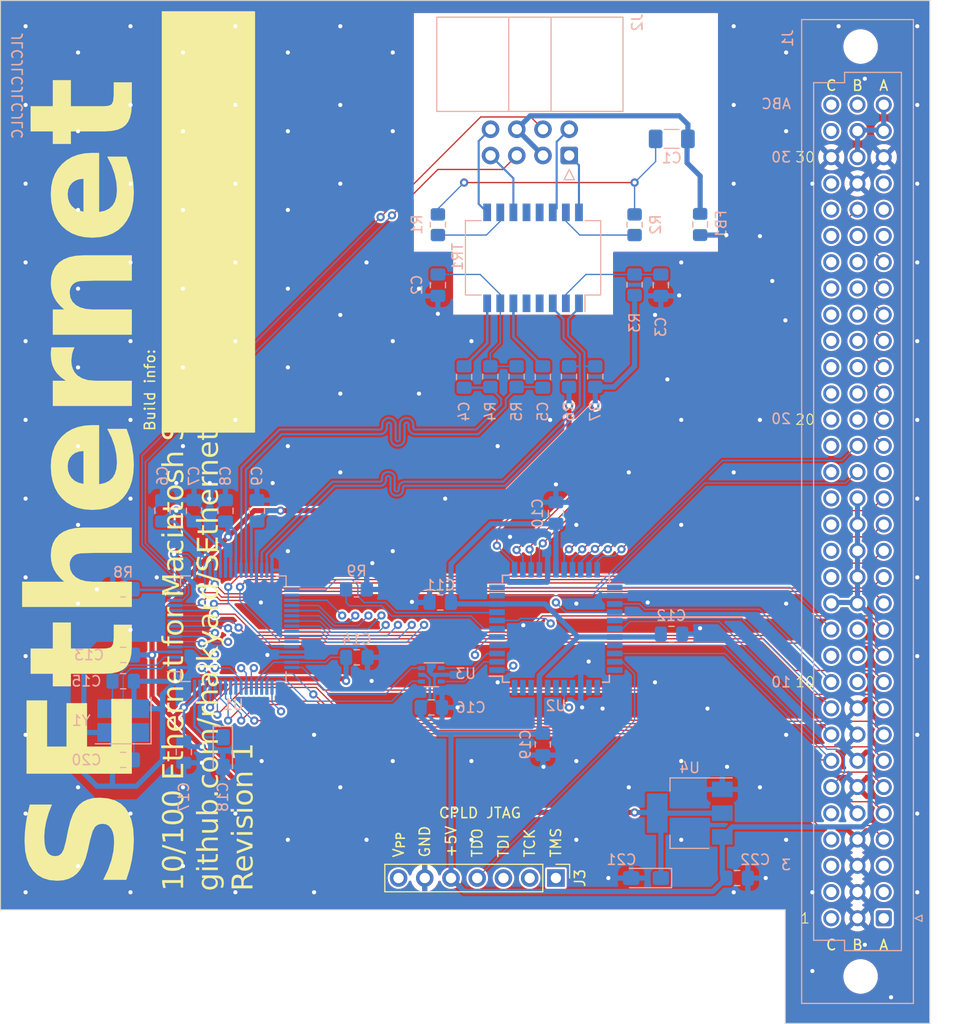
<source format=kicad_pcb>
(kicad_pcb (version 20221018) (generator pcbnew)
  (title_block (title "SEthernet PDS Ethernet card for Macintosh SE") (date "2024-01-27") (rev "1"))
  (layers (0 "F.Cu" signal) (1 "In1.Cu" power) (2 "In2.Cu" signal) (31 "B.Cu" signal) (34 "B.Paste" user) (35 "F.Paste" user) (36 "B.SilkS" user "B.Silkscreen") (37 "F.SilkS" user "F.Silkscreen") (38 "B.Mask" user) (39 "F.Mask" user) (44 "Edge.Cuts" user))
  (net 0 "")
  (net 1 "GND")
  (net 2 "+3.3V")
  (net 3 "+5V")
  (net 4 "Net-(U1-OSC1)")
  (net 5 "Net-(U1-OSC2)")
  (net 6 "Net-(TR1-C_RD)")
  (net 7 "/TPIN-")
  (net 8 "/TPIN'-")
  (net 9 "/TPIN+")
  (net 10 "/TPIN'+")
  (net 11 "Net-(TR1-C_TD)")
  (net 12 "Net-(C1-Pad1)")
  (net 13 "Earth")
  (net 14 "Net-(U1-VCAP)")
  (net 15 "A1")
  (net 16 "A2")
  (net 17 "A3")
  (net 18 "A4")
  (net 19 "A5")
  (net 20 "A6")
  (net 21 "A7")
  (net 22 "A8")
  (net 23 "A9")
  (net 24 "A10")
  (net 25 "A11")
  (net 26 "A12")
  (net 27 "A13")
  (net 28 "A14")
  (net 29 "A15")
  (net 30 "A16")
  (net 31 "A17")
  (net 32 "A18")
  (net 33 "A19")
  (net 34 "A20")
  (net 35 "A21")
  (net 36 "A22")
  (net 37 "A23")
  (net 38 "+12V")
  (net 39 "~{IPL0}")
  (net 40 "~{IPL1}")
  (net 41 "~{IPL2}")
  (net 42 "~{EXT_DTK}")
  (net 43 "-5V")
  (net 44 "~{DTACK}")
  (net 45 "R{slash}~{W}")
  (net 46 "~{LDS}")
  (net 47 "~{UDS}")
  (net 48 "~{AS}")
  (net 49 "~{RESET}")
  (net 50 "D0")
  (net 51 "D1")
  (net 52 "D2")
  (net 53 "D3")
  (net 54 "D4")
  (net 55 "D5")
  (net 56 "D6")
  (net 57 "D7")
  (net 58 "D8")
  (net 59 "D9")
  (net 60 "D10")
  (net 61 "D11")
  (net 62 "D12")
  (net 63 "D13")
  (net 64 "D14")
  (net 65 "D15")
  (net 66 "-12V")
  (net 67 "/RX+")
  (net 68 "/RX-")
  (net 69 "/LEDA")
  (net 70 "/LEDB")
  (net 71 "/TX+")
  (net 72 "/TX-")
  (net 73 "Net-(U1-RBIAS)")
  (net 74 "/TPOUT+")
  (net 75 "/ETH_~{INT}")
  (net 76 "/TPOUT-")
  (net 77 "Net-(TR1-C_RX)")
  (net 78 "Net-(TR1-C_TX)")
  (net 79 "/ETH_CLK")
  (net 80 "/TMS")
  (net 81 "/TCK")
  (net 82 "/B1SEL")
  (net 83 "/B0SEL")
  (net 84 "/TDI")
  (net 85 "/TDO")
  (net 86 "/CPLD_VPP")
  (net 87 "/B1SEL'")
  (net 88 "/B0SEL'")
  (net 89 "/ETH_CS")
  (footprint "Connector_PinHeader_2.54mm:PinHeader_1x07_P2.54mm_Vertical" (layer "F.Cu") (at 88.9 113.03 -90)
    (fp_text reference "J3")
    (fp_text value "Conn_01x07")
  )
  (footprint "Resistor_SMD:R_0805_2012Metric_Pad1.20x1.40mm_HandSolder" (layer "B.Cu") (at 90.17 64.5 90)
    (fp_text reference "R6")
    (fp_text value "49.9")
  )
  (footprint "Capacitor_SMD:C_0805_2012Metric_Pad1.18x1.45mm_HandSolder" (layer "B.Cu") (at 88.9 77.7025 90)
    (fp_text reference "C10")
    (fp_text value "1uF")
  )
  (footprint "Capacitor_SMD:C_0805_2012Metric_Pad1.18x1.45mm_HandSolder" (layer "B.Cu") (at 77.47 55.6475 -90)
    (fp_text reference "C2")
    (fp_text value "0.01uF")
  )
  (footprint "PDS-Ethernet:DIN41612_C_3x32_Female_Vertical_THT_Reversed" (layer "B.Cu") (at 120.65 116.925 180)
    (fp_text reference "J1")
    (fp_text value "Macintosh SE PDS Interface")
  )
  (footprint "Capacitor_SMD:C_1206_3216Metric_Pad1.33x1.80mm_HandSolder" (layer "B.Cu") (at 100.1205 41.492)
    (fp_text reference "C1")
    (fp_text value "1000pF 2KV")
  )
  (footprint "Package_TO_SOT_SMD:SOT-363_SC-70-6" (layer "B.Cu") (at 76.835 93.36 180)
    (fp_text reference "U3")
    (fp_text value "74LVC2G17")
  )
  (footprint "Resistor_SMD:R_0805_2012Metric_Pad1.20x1.40mm_HandSolder" (layer "B.Cu") (at 96.52 49.8 90)
    (fp_text reference "R2")
    (fp_text value "75")
  )
  (footprint "Capacitor_SMD:C_0805_2012Metric_Pad1.18x1.45mm_HandSolder" (layer "B.Cu") (at 77.7025 86.36 180)
    (fp_text reference "C11")
    (fp_text value "1uF")
  )
  (footprint "Resistor_SMD:R_0805_2012Metric_Pad1.20x1.40mm_HandSolder" (layer "B.Cu") (at 82.55 64.5 -90)
    (fp_text reference "R4")
    (fp_text value "49.9")
  )
  (footprint "Capacitor_SMD:C_0805_2012Metric_Pad1.18x1.45mm_HandSolder" (layer "B.Cu") (at 99.06 55.6475 -90)
    (fp_text reference "C3")
    (fp_text value "0.01uF")
  )
  (footprint "Capacitor_SMD:C_0805_2012Metric_Pad1.18x1.45mm_HandSolder" (layer "B.Cu") (at 100.0975 89.408)
    (fp_text reference "C12")
    (fp_text value "1uF")
  )
  (footprint "Crystal:Crystal_SMD_3225-4Pin_3.2x2.5mm_HandSoldering" (layer "B.Cu") (at 46.99 97.79 180)
    (fp_text reference "Y1")
    (fp_text value "25MHz")
  )
  (footprint "Resistor_SMD:R_0805_2012Metric_Pad1.20x1.40mm_HandSolder" (layer "B.Cu") (at 69.58 85.09 180)
    (fp_text reference "R9")
    (fp_text value "100K")
  )
  (footprint "Capacitor_SMD:C_0805_2012Metric_Pad1.18x1.45mm_HandSolder" (layer "B.Cu") (at 46.99 91.44)
    (fp_text reference "C13")
    (fp_text value "0.1uF")
  )
  (footprint "Capacitor_SMD:C_0805_2012Metric_Pad1.18x1.45mm_HandSolder" (layer "B.Cu") (at 56.896 77.488 -90)
    (fp_text reference "C8")
    (fp_text value "0.1uF")
  )
  (footprint "Capacitor_SMD:C_0805_2012Metric_Pad1.18x1.45mm_HandSolder" (layer "B.Cu") (at 59.944 77.488 90)
    (fp_text reference "C9")
    (fp_text value "0.1uF")
  )
  (footprint "Inductor_SMD:L_0805_2012Metric_Pad1.15x1.40mm_HandSolder" (layer "B.Cu") (at 102.87 49.775 90)
    (fp_text reference "FB1")
    (fp_text value "FerriteBead")
  )
  (footprint "Connector_IDC:IDC-Header_2x04_P2.54mm_Horizontal" (layer "B.Cu") (at 90.19 43.1 90)
    (fp_text reference "J2")
    (fp_text value "Conn_02x05_Odd_Even")
  )
  (footprint "Capacitor_SMD:C_0805_2012Metric_Pad1.18x1.45mm_HandSolder" (layer "B.Cu") (at 87.63 100.0975 -90)
    (fp_text reference "C19")
    (fp_text value "1uF")
  )
  (footprint "Capacitor_SMD:C_0805_2012Metric_Pad1.18x1.45mm_HandSolder" (layer "B.Cu") (at 76.835 96.52)
    (fp_text reference "C16")
    (fp_text value "1uF")
  )
  (footprint "Resistor_SMD:R_0805_2012Metric_Pad1.20x1.40mm_HandSolder" (layer "B.Cu") (at 85.09 64.5 90)
    (fp_text reference "R5")
    (fp_text value "49.9")
  )
  (footprint "Capacitor_SMD:C_0805_2012Metric_Pad1.18x1.45mm_HandSolder" (layer "B.Cu") (at 50.8 77.488 90)
    (fp_text reference "C6")
    (fp_text value "1uF")
  )
  (footprint "Capacitor_SMD:C_0805_2012Metric_Pad1.18x1.45mm_HandSolder" (layer "B.Cu") (at 53.848 77.488 90)
    (fp_text reference "C7")
    (fp_text value "0.1uF")
  )
  (footprint "Resistor_SMD:R_0805_2012Metric_Pad1.20x1.40mm_HandSolder" (layer "B.Cu") (at 92.71 64.5 -90)
    (fp_text reference "R7")
    (fp_text value "49.9")
  )
  (footprint "Capacitor_SMD:C_0805_2012Metric_Pad1.18x1.45mm_HandSolder" (layer "B.Cu") (at 46.99 101.6 180)
    (fp_text reference "C20")
    (fp_text value "18pF")
  )
  (footprint "Capacitor_SMD:C_0805_2012Metric_Pad1.18x1.45mm_HandSolder" (layer "B.Cu") (at 52.8635 100.8345 90)
    (fp_text reference "C17")
    (fp_text value "1uF")
  )
  (footprint "Package_QFP:TQFP-44_10x10mm_P0.8mm" (layer "B.Cu") (at 88.9 88.9)
    (fp_text reference "U2")
    (fp_text value "ATF1502AS-xAx44")
  )
  (footprint "Resistor_SMD:R_0805_2012Metric_Pad1.20x1.40mm_HandSolder" (layer "B.Cu") (at 46.99 85.09 180)
    (fp_text reference "R8")
    (fp_text value "12.4K")
  )
  (footprint "Resistor_SMD:R_0805_2012Metric_Pad1.20x1.40mm_HandSolder" (layer "B.Cu") (at 77.47 49.8 90)
    (fp_text reference "R1")
    (fp_text value "75")
  )
  (footprint "Capacitor_SMD:C_0805_2012Metric_Pad1.18x1.45mm_HandSolder" (layer "B.Cu") (at 69.6175 91.669)
    (fp_text reference "C14")
    (fp_text value "1uF")
  )
  (footprint "Capacitor_Tantalum_SMD:CP_EIA-3216-18_Kemet-A_Pad1.58x1.35mm_HandSolder" (layer "B.Cu") (at 56.642 100.8345 -90)
    (fp_text reference "C18")
    (fp_text value "10uF")
  )
  (footprint "Resistor_SMD:R_0805_2012Metric_Pad1.20x1.40mm_HandSolder" (layer "B.Cu") (at 96.52 55.61 90)
    (fp_text reference "R3")
    (fp_text value "10R 1/12W")
  )
  (footprint "Package_QFP:TQFP-64_10x10mm_P0.5mm" (layer "B.Cu") (at 57.654 88.9)
    (fp_text reference "U1")
    (fp_text value "ENC624J600-PT")
  )
  (footprint "Capacitor_Tantalum_SMD:CP_EIA-3216-18_Kemet-A_Pad1.58x1.35mm_HandSolder" (layer "B.Cu") (at 97.6225 113.03 180)
    (fp_text reference "C21")
    (fp_text value "10uF")
  )
  (footprint "Capacitor_SMD:C_0805_2012Metric_Pad1.18x1.45mm_HandSolder" (layer "B.Cu") (at 46.99 93.98)
    (fp_text reference "C15")
    (fp_text value "18pF")
  )
  (footprint "Capacitor_SMD:C_0805_2012Metric_Pad1.18x1.45mm_HandSolder" (layer "B.Cu") (at 106.4475 113.03)
    (fp_text reference "C22")
    (fp_text value "0.1uF")
  )
  (footprint "Capacitor_SMD:C_0805_2012Metric_Pad1.18x1.45mm_HandSolder" (layer "B.Cu") (at 87.63 64.5375 90)
    (fp_text reference "C5")
    (fp_text value "6.8nF")
  )
  (footprint "Transformer_SMD:Transformer_Ethernet_Bourns_PT61017PEL" (layer "B.Cu") (at 86.688 53.004 90)
    (fp_text reference "TR1")
    (fp_text value "PT61017PEL")
  )
  (footprint "Capacitor_SMD:C_0805_2012Metric_Pad1.18x1.45mm_HandSolder" (layer "B.Cu") (at 80.01 64.5375 90)
    (fp_text reference "C4")
    (fp_text value "6.8nF")
  )
  (footprint "Package_TO_SOT_SMD:SOT-223-3_TabPin2" (layer "B.Cu") (at 101.8625 106.75 180)
    (fp_text reference "U4")
    (fp_text value "LD1117S33TR_SOT223")
  )
  (gr_rect (start 50.8 29.21) (end 59.69 69.85) (stroke (width 0.15)) (fill solid) (layer "F.SilkS"))
  (gr_line (start 125.11 127.1) (end 111.11 127.1) (stroke (width 0.1)) (layer "Edge.Cuts"))
  (gr_line (start 35.11 116.1) (end 111.11 116.1) (stroke (width 0.1)) (layer "Edge.Cuts"))
  (gr_line (start 125.11 28.1) (end 35.11 28.1) (stroke (width 0.1)) (layer "Edge.Cuts"))
  (gr_line (start 35.11 28.1) (end 35.11 116.1) (stroke (width 0.1)) (layer "Edge.Cuts"))
  (gr_line (start 111.11 127.1) (end 111.11 116.1) (stroke (width 0.1)) (layer "Edge.Cuts"))
  (gr_line (start 125.11 127.1) (end 125.11 28.1) (stroke (width 0.1)) (layer "Edge.Cuts"))
  (gr_text "JLCJLCJLCJLC" (at 37.338 31.115 90) (layer "B.SilkS") (effects (font (size 1 1)) (justify left bottom mirror)))
  (gr_text "3" (at 111.76 111.76) (layer "B.SilkS") (effects (font (size 1 1)) (justify left mirror)))
  (gr_text "TMS" (at 88.900001 111.125 90) (layer "F.SilkS") (effects (font (size 1 1)) (justify left)))
  (gr_text "TDO" (at 81.28 111.125 90) (layer "F.SilkS") (effects (font (size 1 1)) (justify left)))
  (gr_text "GND" (at 76.200001 111.125 90) (layer "F.SilkS") (effects (font (size 1 1)) (justify left)))
  (gr_text "TCK" (at 86.360001 111.125001 90) (layer "F.SilkS") (effects (font (size 1 1)) (justify left)))
  (gr_text "CPLD JTAG" (at 77.47 107.315) (layer "F.SilkS") (effects (font (size 1 1)) (justify left bottom)))
  (gr_text "Build info:" (at 50.165 69.85 90) (layer "F.SilkS") (effects (font (size 1 1)) (justify left bottom)))
  (gr_text "TDI" (at 83.820001 111.125 90) (layer "F.SilkS") (effects (font (size 1 1)) (justify left)))
  (gr_text "10/100 Ethernet for Macintosh SE\ngithub.com/rhalkyard/SEthernet\nRevision 1" (at 50.8 114.3 90) (layer "F.SilkS") (effects (font (size 2 2)) (justify left top)))
  (gr_text "SEthernet" (at 49.53 114.3 90) (layer "F.SilkS") (effects (font (size 10 10) (thickness 1.25)) (justify left bottom)))
  (gr_text "+5V" (at 78.740001 111.125001 90) (layer "F.SilkS") (effects (font (size 1 1)) (justify left)))
  (gr_text "V_{PP}" (at 73.66 111.125 90) (layer "F.SilkS") (effects (font (size 1 1)) (justify left)))
  (via (at 74.955029 86.302832) (size 0.8) (drill 0.4) (layers "F.Cu" "B.Cu") (net 1))
  (via (at 101.038918 109.33) (size 0.8) (drill 0.4) (layers "F.Cu" "B.Cu") (net 1))
  (via (at 105.41 50.8) (size 0.8) (drill 0.4) (layers "F.Cu" "B.Cu") (net 1))
  (via (at 80.718918 109.33) (size 0.8) (drill 0.4) (layers "F.Cu" "B.Cu") (net 1))
  (via (at 75.638918 55.99) (size 0.8) (drill 0.4) (layers "F.Cu" "B.Cu") (net 1))
  (via (at 52.778918 63.61) (size 0.8) (drill 0.4) (layers "F.Cu" "B.Cu") (net 1))
  (via (at 88.9 74.93) (size 0.8) (drill 0.4) (layers "F.Cu" "B.Cu") (net 1))
  (via (at 101.038918 78.85) (size 0.8) (drill 0.4) (layers "F.Cu" "B.Cu") (net 1))
  (via (at 68.018918 104.25) (size 0.8) (drill 0.4) (layers "F.Cu" "B.Cu") (net 1))
  (via (at 106.118918 30.59) (size 0.8) (drill 0.4) (layers "F.Cu" "B.Cu") (net 1))
  (via (at 68.018918 45.83) (size 0.8) (drill 0.4) (layers "F.Cu" "B.Cu") (net 1))
  (via (at 93.418918 96.63) (size 0.8) (drill 0.4) (layers "F.Cu" "B.Cu") (net 1))
  (via (at 95.958918 104.25) (size 0.8) (drill 0.4) (layers "F.Cu" "B.Cu") (net 1))
  (via (at 57.858918 45.83) (size 0.8) (drill 0.4) (layers "F.Cu" "B.Cu") (net 1))
  (via (at 37.538918 106.79) (size 0.8) (drill 0.4) (layers "F.Cu" "B.Cu") (net 1))
  (via (at 111.198918 33.13) (size 0.8) (drill 0.4) (layers "F.Cu" "B.Cu") (net 1))
  (via (at 47.698918 114.41) (size 0.8) (drill 0.4) (layers "F.Cu" "B.Cu") (net 1))
  (via (at 57.858918 53.45) (size 0.8) (drill 0.4) (layers "F.Cu" "B.Cu") (net 1))
  (via (at 60.325 86.36) (size 0.8) (drill 0.4) (layers "F.Cu" "B.Cu") (net 1))
  (via (at 92.075 92.075) (size 0.8) (drill 0.4) (layers "F.Cu" "B.Cu") (net 1))
  (via (at 42.618918 63.61) (size 0.8) (drill 0.4) (layers "F.Cu" "B.Cu") (net 1))
  (via (at 37.538918 30.59) (size 0.8) (drill 0.4) (layers "F.Cu" "B.Cu") (net 1))
  (via (at 37.538918 91.55) (size 0.8) (drill 0.4) (layers "F.Cu" "B.Cu") (net 1))
  (via (at 52.778918 111.87) (size 0.8) (drill 0.4) (layers "F.Cu" "B.Cu") (net 1))
  (via (at 37.538918 83.93) (size 0.8) (drill 0.4) (layers "F.Cu" "B.Cu") (net 1))
  (via (at 106.118918 73.77) (size 0.8) (drill 0.4) (layers "F.Cu" "B.Cu") (net 1))
  (via (at 42.618918 111.87) (size 0.8) (drill 0.4) (layers "F.Cu" "B.Cu") (net 1))
  (via (at 83.258918 71.23) (size 0.8) (drill 0.4) (layers "F.Cu" "B.Cu") (net 1))
  (via (at 47.698918 76.31) (size 0.8) (drill 0.4) (layers "F.Cu" "B.Cu") (net 1))
  (via (at 91.44 96.52) (size 0.8) (drill 0.4) (layers "F.Cu" "B.Cu") (net 1))
  (via (at 42.618918 33.13) (size 0.8) (drill 0.4) (layers "F.Cu" "B.Cu") (net 1))
  (via (at 52.778918 55.99) (size 0.8) (drill 0.4) (layers "F.Cu" "B.Cu") (net 1))
  (via (at 123.898918 30.59) (size 0.8) (drill 0.4) (layers "F.Cu" "B.Cu") (net 1))
  (via (at 90.878918 78.85) (size 0.8) (drill 0.4) (layers "F.Cu" "B.Cu") (net 1))
  (via (at 123.898918 91.55) (size 0.8) (drill 0.4) (layers "F.Cu" "B.Cu") (net 1))
  (via (at 77.47 58.42) (size 0.8) (drill 0.4) (layers "F.Cu" "B.Cu") (net 1))
  (via (at 52.778918 40.75) (size 0.8) (drill 0.4) (layers "F.Cu" "B.Cu") (net 1))
  (via (at 52.778918 71.23) (size 0.8) (drill 0.4) (layers "F.Cu" "B.Cu") (net 1))
  (via (at 37.538918 61.07) (size 0.8) (drill 0.4) (layers "F.Cu" "B.Cu") (net 1))
  (via (at 106.118918 38.21) (size 0.8) (drill 0.4) (layers "F.Cu" "B.Cu") (net 1))
  (via (at 42.618918 86.47) (size 0.8) (drill 0.4) (layers "F.Cu" "B.Cu") (net 1))
  (via (at 123.898918 53.45) (size 0.8) (drill 0.4) (layers "F.Cu" "B.Cu") (net 1))
  (via (at 57.858918 106.79) (size 0.8) (drill 0.4) (layers "F.Cu" "B.Cu") (net 1))
  (via (at 106.118918 45.83) (size 0.8) (drill 0.4) (layers "F.Cu" "B.Cu") (net 1))
  (via (at 88.338918 68.69) (size 0.8) (drill 0.4) (layers "F.Cu" "B.Cu") (net 1))
  (via (at 62.938918 63.61) (size 0.8) (drill 0.4) (layers "F.Cu" "B.Cu") (net 1))
  (via (at 62.938918 81.39) (size 0.8) (drill 0.4) (layers "F.Cu" "B.Cu") (net 1))
  (via (at 118.818918 35.67) (size 0.8) (drill 0.4) (layers "F.Cu" "B.Cu") (net 1))
  (via (at 73.098918 33.13) (size 0.8) (drill 0.4) (layers "F.Cu" "B.Cu") (net 1))
  (via (at 68.018918 58.53) (size 0.8) (drill 0.4) (layers "F.Cu" "B.Cu") (net 1))
  (via (at 108.658918 104.25) (size 0.8) (drill 0.4) (layers "F.Cu" "B.Cu") (net 1))
  (via (at 113.738918 45.83) (size 0.8) (drill 0.4) (layers "F.Cu" "B.Cu") (net 1))
  (via (at 42.618918 104.25) (size 0.8) (drill 0.4) (layers "F.Cu" "B.Cu") (net 1))
  (via (at 37.538918 68.69) (size 0.8) (drill 0.4) (layers "F.Cu" "B.Cu") (net 1))
  (via (at 80.718918 61.07) (size 0.8) (drill 0.4) (layers "F.Cu" "B.Cu") (net 1))
  (via (at 101.038918 53.45) (size 0.8) (drill 0.4) (layers "F.Cu" "B.Cu") (net 1))
  (via (at 68.018918 38.21) (size 0.8) (drill 0.4) (layers "F.Cu" "B.Cu") (net 1))
  (via (at 57.858918 38.21) (size 0.8) (drill 0.4) (layers "F.Cu" "B.Cu") (net 1))
  (via (at 73.098918 101.71) (size 0.8) (drill 0.4) (layers "F.Cu" "B.Cu") (net 1))
  (via (at 73.098918 81.39) (size 0.8) (drill 0.4) (layers "F.Cu" "B.Cu") (net 1))
  (via (at 52.778918 48.37) (size 0.8) (drill 0.4) (layers "F.Cu" "B.Cu") (net 1))
  (via (at 62.938918 55.99) (size 0.8) (drill 0.4) (layers "F.Cu" "B.Cu") (net 1))
  (via (at 123.898918 61.07) (size 0.8) (drill 0.4) (layers "F.Cu" "B.Cu") (net 1))
  (via (at 37.538918 114.41) (size 0.8) (drill 0.4) (layers "F.Cu" "B.Cu") (net 1))
  (via (at 54.61 101.872) (size 0.8) (drill 0.4) (layers "F.Cu" "B.Cu") (net 1))
  (via (at 101.038918 101.71) (size 0.8) (drill 0.4) (layers "F.Cu" "B.Cu") (net 1))
  (via (at 47.698918 45.83) (size 0.8) (drill 0.4) (layers "F.Cu" "B.Cu") (net 1))
  (via (at 123.898918 83.93) (size 0.8) (drill 0.4) (layers "F.Cu" "B.Cu") (net 1))
  (via (at 90.878918 86.47) (size 0.8) (drill 0.4) (layers "F.Cu" "B.Cu") (net 1))
  (via (at 78.178918 76.31) (size 0.8) (drill 0.4) (layers "F.Cu" "B.Cu") (net 1))
  (via (at 50.238918 83.93) (size 0.8) (drill 0.4) (layers "F.Cu" "B.Cu") (net 1))
  (via (at 102.864098 88.8575) (size 0.8) (drill 0.4) (layers "F.Cu" "B.Cu") (net 1))
  (via (at 37.538918 76.31) (size 0.8) (drill 0.4) (layers "F.Cu" "B.Cu") (net 1))
  (via (at 85.742907 88.566917) (size 0.8) (drill 0.4) (layers "F.Cu" "B.Cu") (net 1))
  (via (at 47.698918 89.01) (size 0.8) (drill 0.4) (layers "F.Cu" "B.Cu") (net 1))
  (via (at 123.898918 38.21) (size 0.8) (drill 0.4) (layers "F.Cu" "B.Cu") (net 1))
  (via (at 123.898918 68.69) (size 0.8) (drill 0.4) (layers "F.Cu" "B.Cu") (net 1))
  (via (at 113.738918 122.03) (size 0.8) (drill 0.4) (layers "F.Cu" "B.Cu") (net 1))
  (via (at 111.198918 109.33) (size 0.8) (drill 0.4) (layers "F.Cu" "B.Cu") (net 1))
  (via (at 118.818918 119.49) (size 0.8) (drill 0.4) (layers "F.Cu" "B.Cu") (net 1))
  (via (at 57.858918 114.41) (size 0.8) (drill 0.4) (layers "F.Cu" "B.Cu") (net 1))
  (via (at 61.468 74.803) (size 0.8) (drill 0.4) (layers "F.Cu" "B.Cu") (net 1))
  (via (at 42.618918 71.23) (size 0.8) (drill 0.4) (layers "F.Cu" "B.Cu") (net 1))
  (via (at 75.638918 66.15) (size 0.8) (drill 0.4) (layers "F.Cu" "B.Cu") (net 1))
  (via (at 68.018918 73.77) (size 0.8) (drill 0.4) (layers "F.Cu" "B.Cu") (net 1))
  (via (at 42.618918 55.99) (size 0.8) (drill 0.4) (layers "F.Cu" "B.Cu") (net 1))
  (via (at 90.878918 101.71) (size 0.8) (drill 0.4) (layers "F.Cu" "B.Cu") (net 1))
  (via (at 116.278918 30.59) (size 0.8) (drill 0.4) (layers "F.Cu" "B.Cu") (net 1))
  (via (at 60.96 91.44) (size 0.8) (drill 0.4) (layers "F.Cu" "B.Cu") (net 1))
  (via (at 79.375 96.52) (size 0.8) (drill 0.4) (layers "F.Cu" "B.Cu") (net 1))
  (via (at 47.698918 53.45) (size 0.8) (drill 0.4) (layers "F.Cu" "B.Cu") (net 1))
  (via (at 42.618918 78.85) (size 0.8) (drill 0.4) (layers "F.Cu" "B.Cu") (net 1))
  (via (at 83.258918 94.09) (size 0.8) (drill 0.4) (layers "F.Cu" "B.Cu") (net 1))
  (via (at 123.898918 114.41) (size 0.8) (drill 0.4) (layers "F.Cu" "B.Cu") (net 1))
  (via (at 98.498918 94.09) (size 0.8) (drill 0.4) (layers "F.Cu" "B.Cu") (net 1))
  (via (at 123.898918 99.17) (size 0.8) (drill 0.4) (layers "F.Cu" "B.Cu") (net 1))
  (via (at 37.538918 38.21) (size 0.8) (drill 0.4) (layers "F.Cu" "B.Cu") (net 1))
  (via (at 62.938918 40.75) (size 0.8) (drill 0.4) (layers "F.Cu" "B.Cu") (net 1))
  (via (at 55.372 74.803) (size 0.8) (drill 0.4) (layers "F.Cu" "B.Cu") (net 1))
  (via (at 106.118918 114.41) (size 0.8) (drill 0.4) (layers "F.Cu" "B.Cu") (net 1))
  (via (at 123.898918 76.31) (size 0.8) (drill 0.4) (layers "F.Cu" "B.Cu") (net 1))
  (via (at 113.738918 114.41) (size 0.8) (drill 0.4) (layers "F.Cu" "B.Cu") (net 1))
  (via (at 68.018918 30.59) (size 0.8) (drill 0.4) (layers "F.Cu" "B.Cu") (net 1))
  (via (at 100.838 56.642) (size 0.8) (drill 0.4) (layers "F.Cu" "B.Cu") (net 1))
  (via (at 111.198918 86.47) (size 0.8) (drill 0.4) (layers "F.Cu" "B.Cu") (net 1))
  (via (at 95.958918 73.77) (size 0.8) (drill 0.4) (layers "F.Cu" "B.Cu") (net 1))
  (via (at 62.938918 71.23) (size 0.8) (drill 0.4) (layers "F.Cu" "B.Cu") (net 1))
  (via (at 52.778918 104.25) (size 0.8) (drill 0.4) (layers "F.Cu" "B.Cu") (net 1))
  (via (at 52.07 93.98) (size 0.8) (drill 0.4) (layers "F.Cu" "B.Cu") (net 1))
  (via (at 71.051356 93.9525) (size 0.8) (drill 0.4) (layers "F.Cu" "B.Cu") (net 1))
  (via (at 37.538918 53.45) (size 0.8) (drill 0.4) (layers "F.Cu" "B.Cu") (net 1))
  (via (at 108.658918 50.91) (size 0.8) (drill 0.4) (layers "F.Cu" "B.Cu") (net 1))
  (via (at 47.698918 38.21) (size 0.8) (drill 0.4) (layers "F.Cu" "B.Cu") (net 1))
  (via (at 80.718918 101.71) (size 0.8) (drill 0.4) (layers "F.Cu" "B.Cu") (net 1))
  (via (at 57.858918 30.59) (size 0.8) (drill 0.4) (layers "F.Cu" "B.Cu") (net 1))
  (via (at 73.098918 40.75) (size 0.8) (drill 0.4) (layers "F.Cu" "B.Cu") (net 1))
  (via (at 60.398918 101.71) (size 0.8) (drill 0.4) (layers "F.Cu" "B.Cu") (net 1))
  (via (at 97.79 86.36) (size 0.8) (drill 0.4) (layers "F.Cu" "B.Cu") (net 1))
  (via (at 108.658918 68.69) (size 0.8) (drill 0.4) (layers "F.Cu" "B.Cu") (net 1))
  (via (at 73.098918 61.07) (size 0.8) (drill 0.4) (layers "F.Cu" "B.Cu") (net 1))
  (via (at 93.98 113.03) (size 0.8) (drill 0.4) (layers "F.Cu" "B.Cu") (net 1))
  (via (at 71.12 82.55) (size 0.8) (drill 0.4) (layers "F.Cu" "B.Cu") (net 1))
  (via (at 121.358918 124.57) (size 0.8) (drill 0.4) (layers "F.Cu" "B.Cu") (net 1))
  (via (at 44.45 85.09) (size 0.8) (drill 0.4) (layers "F.Cu" "B.Cu") (net 1))
  (via (at 57.858918 61.07) (size 0.8) (drill 0.4) (layers "F.Cu" "B.Cu") (net 1))
  (via (at 42.618918 48.37) (size 0.8) (drill 0.4) (layers "F.Cu" "B.Cu") (net 1))
  (via (at 99.695 64.77) (size 0.8) (drill 0.4) (layers "F.Cu" "B.Cu") (net 1))
  (via (at 47.698918 68.69) (size 0.8) (drill 0.4) (layers "F.Cu" "B.Cu") (net 1))
  (via (at 109.855 55.245) (size 0.8) (drill 0.4) (layers "F.Cu" "B.Cu") (net 1))
  (via (at 62.938918 48.37) (size 0.8) (drill 0.4) (layers "F.Cu" "B.Cu") (net 1))
  (via (at 47.698918 61.07) (size 0.8) (drill 0.4) (layers "F.Cu" "B.Cu") (net 1))
  (via (at 87.695685 102.2625) (size 0.8) (drill 0.4) (layers "F.Cu" "B.Cu") (net 1))
  (via (at 52.131798 74.803) (size 0.8) (drill 0.4) (layers "F.Cu" "B.Cu") (net 1))
  (via (at 65.478918 114.41) (size 0.8) (drill 0.4) (layers "F.Cu" "B.Cu") (net 1))
  (via (at 123.898918 106.79) (size 0.8) (drill 0.4) (layers "F.Cu" "B.Cu") (net 1))
  (via (at 42.618918 40.75) (size 0.8) (drill 0.4) (layers "F.Cu" "B.Cu") (net 1))
  (via (at 47.698918 30.59) (size 0.8) (drill 0.4) (layers "F.Cu" "B.Cu") (net 1))
  (via (at 105.475685 102.2625) (size 0.8) (drill 0.4) (layers "F.Cu" "B.Cu") (net 1))
  (via (at 62.938918 33.13) (size 0.8) (drill 0.4) (layers "F.Cu" "B.Cu") (net 1))
  (via (at 57.858918 68.69) (size 0.8) (drill 0.4) (layers "F.Cu" "B.Cu") (net 1))
  (via (at 109.22 113.03) (size 0.8) (drill 0.4) (layers "F.Cu" "B.Cu") (net 1))
  (via (at 103.578918 96.63) (size 0.8) (drill 0.4) (layers "F.Cu" "B.Cu") (net 1))
  (via (at 62.938918 109.33) (size 0.8) (drill 0.4) (layers "F.Cu" "B.Cu") (net 1))
  (via (at 90.878918 109.33) (size 0.8) (drill 0.4) (layers "F.Cu" "B.Cu") (net 1))
  (via (at 111.198918 40.75) (size 0.8) (drill 0.4) (layers "F.Cu" "B.Cu") (net 1))
  (via (at 47.698918 106.79) (size 0.8) (drill 0.4) (layers "F.Cu" "B.Cu") (net 1))
  (via (at 70.558918 53.45) (size 0.8) (drill 0.4) (layers "F.Cu" "B.Cu") (net 1))
  (via (at 84.455 80.01) (size 0.8) (drill 0.4) (layers "F.Cu" "B.Cu") (net 1))
  (via (at 65.478918 99.17) (size 0.8) (drill 0.4) (layers "F.Cu" "B.Cu") (net 1))
  (via (at 52.778918 33.13) (size 0.8) (drill 0.4) (layers "F.Cu" "B.Cu") (net 1))
  (via (at 111.198918 99.17) (size 0.8) (drill 0.4) (layers "F.Cu" "B.Cu") (net 1))
  (via (at 68.018918 66.15) (size 0.8) (drill 0.4) (layers "F.Cu" "B.Cu") (net 1))
  (via (at 123.898918 45.83) (size 0.8) (drill 0.4) (layers "F.Cu" "B.Cu") (net 1))
  (via (at 55.318918 76.31) (size 0.8) (drill 0.4) (layers "F.Cu" "B.Cu") (net 1))
  (via (at 37.538918 99.17) (size 0.8) (drill 0.4) (layers "F.Cu" "B.Cu") (net 1))
  (via (at 37.538918 45.83) (size 0.8) (drill 0.4) (layers "F.Cu" "B.Cu") (net 1))
  (via (at 101.038918 68.69) (size 0.8) (drill 0.4) (layers "F.Cu" "B.Cu") (net 1))
  (via (at 98.498918 58.53) (size 0.8) (drill 0.4) (layers "F.Cu" "B.Cu") (net 1))
  (via (at 111.125 59.055) (size 0.8) (drill 0.4) (layers "F.Cu" "B.Cu") (net 1))
  (via (at 70.558918 109.33) (size 0.8) (drill 0.4) (layers "F.Cu" "B.Cu") (net 1))
  (segment locked (start 45.9525 91.44) (end 44.45 91.44) (width 0.5) (layer "B.Cu") (net 1))
  (segment (start 55.372 74.803) (end 56.896 74.803) (width 0.5) (layer "B.Cu") (net 1))
  (segment (start 50.086826 79.438) (end 49.53 78.881174) (width 0.25) (layer "B.Cu") (net 1))
  (segment (start 83.2 90.5) (end 84.061396 90.5) (width 0.5) (layer "B.Cu") (net 1))
  (segment (start 81.915 81.28) (end 81.915 80.645) (width 0.5) (layer "B.Cu") (net 1))
  (segment (start 56.896 74.803) (end 56.896 76.4505) (width 0.5) (layer "B.Cu") (net 1))
  (segment locked (start 50.8 95.25) (end 51.9915 94.0585) (width 0.5) (layer "B.Cu") (net 1))
  (segment (start 88.05 84.4) (end 84.4 84.4) (width 0.5) (layer "B.Cu") (net 1))
  (segment (start 62.955 77.770305) (end 62.955 77.169695) (width 0.25) (layer "B.Cu") (net 1))
  (segment locked (start 44.45 91.44) (end 43.18 92.71) (width 0.5) (layer "B.Cu") (net 1))
  (segment (start 81.915 80.645) (end 82.55 80.01) (width 0.5) (layer "B.Cu") (net 1))
  (segment (start 81.915 81.915) (end 81.915 81.28) (width 0.5) (layer "B.Cu") (net 1))
  (segment (start 49.53 78.881174) (end 49.53 77.7205) (width 0.25) (layer "B.Cu") (net 1))
  (segment (start 70.655 90.975) (end 70.655 91.669) (width 0.25) (layer "B.Cu") (net 1))
  (segment (start 45.9525 101.6) (end 45.9525 99.3525) (width 0.5) (layer "B.Cu") (net 1))
  (segment (start 84.4 84.4) (end 81.915 81.915) (width 0.5) (layer "B.Cu") (net 1))
  (segment (start 105.0125 104.45) (end 105.0125 102.725685) (width 0.5) (layer "B.Cu") (net 1))
  (segment (start 59.944 74.803) (end 59.944 76.4505) (width 0.5) (layer "B.Cu") (net 1))
  (segment (start 107.485 113.03) (end 109.22 113.03) (width 0.5) (layer "B.Cu") (net 1))
  (segment (start 102.313598 89.408) (end 102.864098 88.8575) (width 0.5) (layer "B.Cu") (net 1))
  (segment (start 102.87 50.8) (end 105.41 50.8) (width 0.5) (layer "B.Cu") (net 1))
  (segment (start 55.846 77.5005) (end 55.846 78.4485) (width 0.25) (layer "B.Cu") (net 1))
  (segment (start 77.135 93.67538) (end 77.135 95.7825) (width 0.25) (layer "B.Cu") (net 1))
  (segment (start 91.3 94.6) (end 91.3 96.38) (width 0.5) (layer "B.Cu") (net 1))
  (segment locked (start 44.45 104.14) (end 45.72 104.14) (width 0.5) (layer "B.Cu") (net 1))
  (segment (start 54.904 94.5625) (end 54.904 93.825) (width 0.125) (layer "B.Cu") (net 1))
  (segment (start 53.848 76.4505) (end 55.846 78.4485) (width 0.25) (layer "B.Cu") (net 1))
  (segment (start 56.896 76.4505) (end 55.846 77.5005) (width 0.25) (layer "B.Cu") (net 1))
  (segment (start 52.8635 101.872) (end 56.242 101.872) (width 0.5) (layer "B.Cu") (net 1))
  (segment (start 48.0275 93.98) (end 48.0275 96.2275) (width 0.5) (layer "B.Cu") (net 1))
  (segment (start 49.53 77.7205) (end 50.8 76.4505) (width 0.25) (layer "B.Cu") (net 1))
  (segment (start 54.904 93.825) (end 54.6415 93.5625) (width 0.125) (layer "B.Cu") (net 1))
  (segment (start 85.742907 88.818489) (end 85.742907 88.566917) (width 0.5) (layer "B.Cu") (net 1))
  (segment (start 70.655 93.556144) (end 71.051356 93.9525) (width 0.5) (layer "B.Cu") (net 1))
  (segment (start 52.07 93.98) (end 52.07 92.75) (width 0.5) (layer "B.Cu") (net 1))
  (segment (start 75.012197 86.36) (end 74.955029 86.302832) (width 0.5) (layer "B.Cu") (net 1))
  (segment locked (start 45.72 104.14) (end 48.26 104.14) (width 0.5) (layer "B.Cu") (net 1))
  (segment locked (start 43.18 99.06) (end 43.18 102.87) (width 0.5) (layer "B.Cu") (net 1))
  (segment (start 88.1 84.35) (end 88.05 84.4) (width 0.5) (layer "B.Cu") (net 1))
  (segment (start 56.904 81.034) (end 56.904 83.2375) (width 0.25) (layer "B.Cu") (net 1))
  (segment (start 91.3 96.38) (end 91.44 96.52) (width 0.5) (layer "B.Cu") (net 1))
  (segment locked (start 45.54 98.94) (end 43.3 98.94) (width 0.5) (layer "B.Cu") (net 1))
  (segment (start 45.9525 99.3525) (end 45.54 98.94) (width 0.5) (layer "B.Cu") (net 1))
  (segment (start 101.135 89.408) (end 102.313598 89.408) (width 0.5) (layer "B.Cu") (net 1))
  (segment (start 57.404 81.534) (end 56.904 81.034) (width 0.25) (layer "B.Cu") (net 1))
  (segment (start 61.468 74.803) (end 59.944 74.803) (width 0.5) (layer "B.Cu") (net 1))
  (segment locked (start 43.18 102.87) (end 44.45 104.14) (width 0.5) (layer "B.Cu") (net 1))
  (segment (start 105.0125 102.725685) (end 105.475685 102.2625) (width 0.5) (layer "B.Cu") (net 1))
  (segment (start 94.6 85.7) (end 97.13 85.7) (width 0.5) (layer "B.Cu") (net 1))
  (segment (start 77.45038 93.36) (end 77.135 93.67538) (width 0.25) (layer "B.Cu") (net 1))
  (segment (start 66.436 90.619) (end 70.299 90.619) (width 0.25) (layer "B.Cu") (net 1))
  (segment (start 54.404 82.207695) (end 51.634305 79.438) (width 0.25) (layer "B.Cu") (net 1))
  (segment locked (start 45.9525 103.9075) (end 45.72 104.14) (width 0.5) (layer "B.Cu") (net 1))
  (segment (start 84.061396 90.5) (end 85.742907 88.818489) (width 0.5) (layer "B.Cu") (net 1))
  (segment (start 87.63 101.135) (end 87.63 102.196815) (width 0.5) (layer "B.Cu") (net 1))
  (segment locked (start 51.9915 94.0585) (end 52.07 93.98) (width 0.5) (layer "B.Cu") (net 1))
  (segment (start 54.6415 93.5625) (end 52.4875 93.5625) (width 0.125) (layer "B.Cu") (net 1))
  (segment (start 88.1 83.2) (end 88.1 84.35) (width 0.5) (layer "B.Cu") (net 1))
  (segment (start 87.63 102.196815) (end 87.695685 102.2625) (width 0.5) (layer "B.Cu") (net 1))
  (segment (start 59.904 80.821305) (end 62.955 77.770305) (width 0.25) (layer "B.Cu") (net 1))
  (segment (start 57.404 83.2375) (end 57.404 81.534) (width 0.25) (layer "B.Cu") (net 1))
  (segment (start 77.135 95.7825) (end 77.8725 96.52) (width 0.25) (layer "B.Cu") (net 1))
  (segment locked (start 50.68 96.64) (end 50.8 96.52) (width 0.5) (layer "B.Cu") (net 1))
  (segment (start 63.3165 91.65) (end 65.405 91.65) (width 0.25) (layer "B.Cu") (net 1))
  (segment (start 70.58 83.09) (end 71.12 82.55) (width 0.5) (layer "B.Cu") (net 1))
  (segment (start 97.13 85.7) (end 97.79 86.36) (width 0.5) (layer "B.Cu") (net 1))
  (segment (start 53.848 74.803) (end 55.372 74.803) (width 0.5) (layer "B.Cu") (net 1))
  (segment (start 52.07 92.75) (end 51.9915 92.75) (width 0.5) (layer "B.Cu") (net 1))
  (segment (start 100.795 56.685) (end 100.838 56.642) (width 0.5) (layer "B.Cu") (net 1))
  (segment (start 88.9 76.665) (end 88.9 74.93) (width 0.5) (layer "B.Cu") (net 1))
  (segment (start 70.299 90.619) (end 70.655 90.975) (width 0.25) (layer "B.Cu") (net 1))
  (segment locked (start 48.0275 93.98) (end 51.913 93.98) (width 0.5) (layer "B.Cu") (net 1))
  (segment (start 53.848 74.803) (end 52.131798 74.803) (width 0.5) (layer "B.Cu") (net 1))
  (segment (start 96.185 113.03) (end 93.98 113.03) (width 0.5) (layer "B.Cu") (net 1))
  (segment (start 77.47 56.685) (end 77.47 58.42) (width 0.5) (layer "B.Cu") (net 1))
  (segment (start 76.665 86.36) (end 75.012197 86.36) (width 0.5) (layer "B.Cu") (net 1))
  (segment (start 53.848 74.803) (end 53.848 76.4505) (width 0.5) (layer "B.Cu") (net 1))
  (segment (start 54.404 83.2375) (end 54.404 82.207695) (width 0.25) (layer "B.Cu") (net 1))
  (segment locked (start 51.913 93.98) (end 51.9915 94.0585) (width 0.5) (layer "B.Cu") (net 1))
  (segment locked (start 48.44 96.64) (end 50.68 96.64) (width 0.5) (layer "B.Cu") (net 1))
  (segment (start 77.785 93.36) (end 77.45038 93.36) (width 0.25) (layer "B.Cu") (net 1))
  (segment (start 50.8 76.134798) (end 52.131798 74.803) (width 0.5) (layer "B.Cu") (net 1))
  (segment locked (start 43.3 98.94) (end 43.18 99.06) (width 0.5) (layer "B.Cu") (net 1))
  (segment (start 82.55 80.01) (end 84.455 80.01) (width 0.5) (layer "B.Cu") (net 1))
  (segment locked (start 50.8 101.6) (end 50.8 96.52) (width 0.5) (layer "B.Cu") (net 1))
  (segment (start 62.235805 76.4505) (end 59.944 76.4505) (width 0.25) (layer "B.Cu") (net 1))
  (segment (start 55.846 78.4485) (end 55.846 79.976) (width 0.25) (layer "B.Cu") (net 1))
  (segment (start 55.846 79.976) (end 56.904 81.034) (width 0.25) (layer "B.Cu") (net 1))
  (segment locked (start 50.8 96.52) (end 50.8 95.25) (width 0.5) (layer "B.Cu") (net 1))
  (segment (start 99.06 56.685) (end 100.795 56.685) (width 0.5) (layer "B.Cu") (net 1))
  (segment locked (start 45.9525 101.6) (end 45.9525 103.9075) (width 0.5) (layer "B.Cu") (net 1))
  (segment (start 51.634305 79.438) (end 50.086826 79.438) (width 0.25) (layer "B.Cu") (net 1))
  (segment locked (start 48.26 104.14) (end 50.8 101.6) (width 0.5) (layer "B.Cu") (net 1))
  (segment locked (start 43.18 92.71) (end 43.18 99.06) (width 0.5) (layer "B.Cu") (net 1))
  (segment (start 50.8 76.4505) (end 50.8 76.134798) (width 0.5) (layer "B.Cu") (net 1))
  (segment (start 52.4875 93.5625) (end 52.07 93.98) (width 0.125) (layer "B.Cu") (net 1))
  (segment (start 62.955 77.169695) (end 62.235805 76.4505) (width 0.25) (layer "B.Cu") (net 1))
  (segment (start 70.58 85.09) (end 70.58 83.09) (width 0.5) (layer "B.Cu") (net 1))
  (segment (start 65.405 91.65) (end 66.436 90.619) (width 0.25) (layer "B.Cu") (net 1))
  (segment (start 59.904 83.2375) (end 59.904 80.821305) (width 0.25) (layer "B.Cu") (net 1))
  (segment (start 45.99 85.09) (end 44.45 85.09) (width 0.5) (layer "B.Cu") (net 1))
  (segment (start 70.655 91.669) (end 70.655 93.556144) (width 0.5) (layer "B.Cu") (net 1))
  (segment (start 51.919401 81.68461) (end 52.324 81.280011) (width 0.5) (layer "F.Cu") (net 2))
  (segment (start 55.633499 93.750001) (end 68.377501 93.750001) (width 0.5) (layer "F.Cu") (net 2))
  (segment (start 52.324 77.662202) (end 52.131798 77.47) (width 0.5) (layer "F.Cu") (net 2))
  (segment (start 90.17 69.85) (end 92.71 67.31) (width 0.5) (layer "F.Cu") (net 2))
  (segment (start 52.07 97.3135) (end 52.8635 96.52) (width 0.5) (layer "F.Cu") (net 2))
  (segment (start 82.55 77.47) (end 90.17 69.85) (width 0.5) (layer "F.Cu") (net 2))
  (segment (start 49.784 91.44) (end 49.784 95.504) (width 0.5) (layer "F.Cu") (net 2))
  (segment (start 60.96 106.68) (end 96.52 106.68) (width 0.5) (layer "F.Cu") (net 2))
  (segment (start 49.784 95.504) (end 52.07 97.79) (width 0.5) (layer "F.Cu") (net 2))
  (segment (start 52.07 97.79) (end 52.07 97.3135) (width 0.5) (layer "F.Cu") (net 2))
  (segment (start 62.23 77.47) (end 82.55 77.47) (width 0.5) (layer "F.Cu") (net 2))
  (segment (start 52.324 84.836) (end 52.324 82.089209) (width 0.5) (layer "F.Cu") (net 2))
  (segment (start 54.61 100.33) (end 60.96 106.68) (width 0.5) (layer "F.Cu") (net 2))
  (segment (start 52.07 85.09) (end 49.784 87.376) (width 0.5) (layer "F.Cu") (net 2))
  (segment (start 52.07 97.79) (end 54.61 100.33) (width 0.5) (layer "F.Cu") (net 2))
  (segment (start 68.377501 93.750001) (end 68.58 93.9525) (width 0.5) (layer "F.Cu") (net 2))
  (segment (start 52.324 81.280011) (end 52.324 77.662202) (width 0.5) (layer "F.Cu") (net 2))
  (segment (start 90.17 67.31) (end 90.17 69.85) (width 0.5) (layer "F.Cu") (net 2))
  (segment (start 52.8635 96.52) (end 55.633499 93.750001) (width 0.5) (layer "F.Cu") (net 2))
  (segment (start 49.784 87.376) (end 49.784 91.44) (width 0.5) (layer "F.Cu") (net 2))
  (segment (start 57.15 80.01) (end 52.07 85.09) (width 0.5) (layer "F.Cu") (net 2))
  (segment (start 52.07 85.09) (end 52.324 84.836) (width 0.5) (layer "F.Cu") (net 2))
  (segment (start 62.23 77.47) (end 59.69 77.47) (width 0.5) (layer "F.Cu") (net 2))
  (segment (start 52.324 82.089209) (end 51.919401 81.68461) (width 0.5) (layer "F.Cu") (net 2))
  (segment (start 59.69 77.47) (end 57.15 80.01) (width 0.5) (layer "F.Cu") (net 2))
  (via (at 51.919401 81.68461) (size 0.8) (drill 0.4) (layers "F.Cu" "B.Cu") (net 2))
  (via (at 92.71 67.31) (size 0.8) (drill 0.4) (layers "F.Cu" "B.Cu") (net 2))
  (via (at 52.131798 77.47) (size 0.8) (drill 0.4) (layers "F.Cu" "B.Cu") (net 2))
  (via (at 49.784 91.44) (size 0.8) (drill 0.4) (layers "F.Cu" "B.Cu") (net 2))
  (via (at 57.15 80.01) (size 0.8) (drill 0.4) (layers "F.Cu" "B.Cu") (net 2))
  (via (at 52.8635 96.52) (size 0.8) (drill 0.4) (layers "F.Cu" "B.Cu") (net 2))
  (via (at 68.58 93.9525) (size 0.8) (drill 0.4) (layers "F.Cu" "B.Cu") (net 2))
  (via (at 96.52 106.68) (size 0.8) (drill 0.4) (layers "F.Cu" "B.Cu") (net 2))
  (via (at 62.23 77.47) (size 0.8) (drill 0.4) (layers "F.Cu" "B.Cu") (net 2))
  (via (at 54.61 100.33) (size 0.8) (drill 0.4) (layers "F.Cu" "B.Cu") (net 2))
  (via (at 90.17 67.31) (size 0.8) (drill 0.4) (layers "F.Cu" "B.Cu") (net 2))
  (segment (start 50.8 78.5255) (end 51.8555 77.47) (width 0.5) (layer "B.Cu") (net 2))
  (segment (start 51.995186 78.5255) (end 50.8 78.5255) (width 0.25) (layer "B.Cu") (net 2))
  (segment (start 55.904 83.2375) (end 55.904 82.434314) (width 0.25) (layer "B.Cu") (net 2))
  (segment (start 60.9995 77.47) (end 59.944 78.5255) (width 0.5) (layer "B.Cu") (net 2))
  (segment (start 53.904 94.5625) (end 53.904 95.575) (width 0.25) (layer "B.Cu") (net 2))
  (segment (start 53.904 83.2375) (end 53.904 82.352) (width 0.125) (layer "B.Cu") (net 2))
  (segment (start 53.848 78.5255) (end 52.7925 77.47) (width 0.5) (layer "B.Cu") (net 2))
  (segment (start 57.904 79.5335) (end 56.896 78.5255) (width 0.25) (layer "B.Cu") (net 2))
  (segment (start 96.52 63.5) (end 96.52 56.61) (width 0.5) (layer "B.Cu") (net 2))
  (segment (start 59.404 79.0655) (end 59.944 78.5255) (width 0.25) (layer "B.Cu") (net 2))
  (segment (start 90.17 65.5) (end 90.17 67.31) (width 0.5) (layer "B.Cu") (net 2))
  (segment (start 57.15 80.01) (end 57.15 78.7795) (width 0.5) (layer "B.Cu") (net 2))
  (segment (start 56.404 83.2375) (end 56.404 81.170396) (width 0.25) (layer "B.Cu") (net 2))
  (segment (start 53.904 95.575) (end 52.959 96.52) (width 0.25) (layer "B.Cu") (net 2))
  (segment (start 52.8635 96.52) (end 52.8635 99.797) (width 0.25) (layer "B.Cu") (net 2))
  (segment (start 98.7125 106.75) (end 105.0125 106.75) (width 0.5) (layer "B.Cu") (net 2))
  (segment (start 59.404 83.2375) (end 59.404 79.0655) (width 0.25) (layer "B.Cu") (net 2))
  (segment (start 66.6 92.15) (end 67.081 91.669) (width 0.125) (layer "B.Cu") (net 2))
  (segment (start 67.081 91.669) (end 68.58 91.669) (width 0.125) (layer "B.Cu") (net 2))
  (segment (start 59.904 94.5625) (end 59.904 93.825) (width 0.125) (layer "B.Cu") (net 2))
  (segment (start 61.579 92.15) (end 63.3165 92.15) (width 0.125) (layer "B.Cu") (net 2))
  (segment (start 53.3965 100.33) (end 52.8635 99.797) (width 0.5) (layer "B.Cu") (net 2))
  (segment (start 48.0275 91.44) (end 49.784 91.44) (width 0.5) (layer "B.Cu") (net 2))
  (segment (start 57.904 83.2375) (end 57.904 79.5335) (width 0.25) (layer "B.Cu") (net 2))
  (segment (start 53.904 82.352) (end 53.23661 81.68461) (width 0.125) (layer "B.Cu") (net 2))
  (segment (start 53.23661 81.68461) (end 51.919401 81.68461) (width 0.125) (layer "B.Cu") (net 2))
  (segment (start 52.7925 77.47) (end 52.131798 77.47) (width 0.5) (layer "B.Cu") (net 2))
  (segment (start 50.074 91.15) (end 49.784 91.44) (width 0.25) (layer "B.Cu") (net 2))
  (segment (start 99.06 113.03) (end 99.06 107.0975) (width 0.5) (layer "B.Cu") (net 2))
  (segment (start 54.61 100.33) (end 53.3965 100.33) (width 0.5) (layer "B.Cu") (net 2))
  (segment (start 51.8555 77.47) (end 52.131798 77.47) (width 0.5) (layer "B.Cu") (net 2))
  (segment (start 55.904 82.434314) (end 51.995186 78.5255) (width 0.25) (layer "B.Cu") (net 2))
  (segment (start 56.404 81.170396) (end 53.848 78.614396) (width 0.25) (layer "B.Cu") (net 2))
  (segment (start 94.52 65.5) (end 96.52 63.5) (width 0.5) (layer "B.Cu") (net 2))
  (segment (start 62.23 77.47) (end 60.9995 77.47) (width 0.5) (layer "B.Cu") (net 2))
  (segment (start 92.71 65.5) (end 94.52 65.5) (width 0.5) (layer "B.Cu") (net 2))
  (segment (start 51.9915 91.15) (end 50.074 91.15) (width 0.25) (layer "B.Cu") (net 2))
  (segment (start 59.904 93.825) (end 61.579 92.15) (width 0.125) (layer "B.Cu") (net 2))
  (segment (start 68.58 91.669) (end 68.58 93.9525) (width 0.5) (layer "B.Cu") (net 2))
  (segment (start 52.959 96.52) (end 52.8635 96.52) (width 0.25) (layer "B.Cu") (net 2))
  (segment (start 92.71 67.31) (end 92.71 65.5) (width 0.5) (layer "B.Cu") (net 2))
  (segment (start 96.52 106.68) (end 98.6425 106.68) (width 0.5) (layer "B.Cu") (net 2))
  (segment (start 63.3165 92.15) (end 66.6 92.15) (width 0.125) (layer "B.Cu") (net 2))
  (segment (start 75.7975 97.3875) (end 75.7975 96.52) (width 0.5) (layer "B.Cu") (net 3))
  (segment (start 83.2 86.5) (end 78.88 86.5) (width 0.5) (layer "B.Cu") (net 3))
  (segment (start 80.04 114.33) (end 104.11 114.33) (width 0.5) (layer "B.Cu") (net 3))
  (segment (start 87.63 99.06) (end 78.74 99.06) (width 0.5) (layer "B.Cu") (net 3))
  (segment (start 118.11 86.36) (end 118.11 76.2) (width 0.5) (layer "B.Cu") (net 3))
  (segment (start 118.11 86.36) (end 119.335 87.585) (width 0.5) (layer "B.Cu") (net 3))
  (segment (start 105.9855 108.077) (end 105.0125 109.05) (width 0.5) (layer "B.Cu") (net 3))
  (segment (start 118.570761 108.077) (end 105.9855 108.077) (width 0.5) (layer "B.Cu") (net 3))
  (segment (start 88.9 78.74) (end 82.617918 78.74) (width 0.5) (layer "B.Cu") (net 3))
  (segment (start 87.3 94.6) (end 87.3 93.437918) (width 0.5) (layer "B.Cu") (net 3))
  (segment (start 76.685 93.82538) (end 76.685 95.6325) (width 0.25) (layer "B.Cu") (net 3))
  (segment (start 76.21962 93.36) (end 76.685 93.82538) (width 0.25) (layer "B.Cu") (net 3))
  (segment (start 115.57 86.36) (end 118.11 86.36) (width 0.5) (layer "B.Cu") (net 3))
  (segment (start 104.11 114.33) (end 105.41 113.03) (width 0.5) (layer "B.Cu") (net 3))
  (segment (start 78.74 82.617918) (end 78.74 86.36) (width 0.5) (layer "B.Cu") (net 3))
  (segment (start 119.335 107.312761) (end 118.570761 108.077) (width 0.5) (layer "B.Cu") (net 3))
  (segment (start 119.335 87.585) (end 119.335 107.312761) (width 0.5) (layer "B.Cu") (net 3))
  (segment (start 105.0125 109.05) (end 105.0125 112.6325) (width 0.5) (layer "B.Cu") (net 3))
  (segment (start 88.9 83.2) (end 88.9 78.74) (width 0.5) (layer "B.Cu") (net 3))
  (segment (start 91.037918 89.7) (end 94.6 89.7) (width 0.5) (layer "B.Cu") (net 3))
  (segment (start 87.837918 86.5) (end 91.037918 89.7) (width 0.5) (layer "B.Cu") (net 3))
  (segment (start 105.0125 112.6325) (end 105.41 113.03) (width 0.5) (layer "B.Cu") (net 3))
  (segment (start 76.685 95.6325) (end 75.7975 96.52) (width 0.25) (layer "B.Cu") (net 3))
  (segment (start 78.74 113.03) (end 78.74 99.06) (width 0.5) (layer "B.Cu") (net 3))
  (segment (start 82.617918 78.74) (end 78.74 82.617918) (width 0.5) (layer "B.Cu") (net 3))
  (segment (start 78.74 99.06) (end 77.47 99.06) (width 0.5) (layer "B.Cu") (net 3))
  (segment (start 77.47 99.06) (end 75.7975 97.3875) (width 0.5) (layer "B.Cu") (net 3))
  (segment (start 75.885 93.36) (end 76.21962 93.36) (width 0.25) (layer "B.Cu") (net 3))
  (segment (start 87.3 94.6) (end 87.3 98.73) (width 0.5) (layer "B.Cu") (net 3))
  (segment (start 83.2 86.5) (end 87.837918 86.5) (width 0.5) (layer "B.Cu") (net 3))
  (segment (start 98.768 89.7) (end 94.6 89.7) (width 0.5) (layer "B.Cu") (net 3))
  (segment (start 87.3 93.437918) (end 91.037918 89.7) (width 0.5) (layer "B.Cu") (net 3))
  (segment (start 78.74 113.03) (end 80.04 114.33) (width 0.5) (layer "B.Cu") (net 3))
  (segment (start 45.9525 93.98) (end 45.9525 96.2275) (width 0.125) (layer "B.Cu") (net 4))
  (segment (start 50.971 91.65) (end 51.9915 91.65) (width 0.125) (layer "B.Cu") (net 4))
  (segment (start 47.505 92.4275) (end 50.1935 92.4275) (width 0.125) (layer "B.Cu") (net 4))
  (segment (start 50.1935 92.4275) (end 50.971 91.65) (width 0.125) (layer "B.Cu") (net 4))
  (segment (start 45.9525 93.98) (end 47.505 92.4275) (width 0.125) (layer "B.Cu") (net 4))
  (segment (start 45.9525 96.2275) (end 45.54 96.64) (width 0.125) (layer "B.Cu") (net 4))
  (segment (start 48.0275 101.6) (end 48.0275 99.3525) (width 0.125) (layer "B.Cu") (net 5))
  (segment (start 48.44 98.94) (end 47.39 98.94) (width 0.125) (layer "B.Cu") (net 5))
  (segment (start 46.99 93.480214) (end 47.717714 92.7525) (width 0.125) (layer "B.Cu") (net 5))
  (segment (start 51.276702 92.15) (end 51.9915 92.15) (width 0.125) (layer "B.Cu") (net 5))
  (segment (start 47.39 98.94) (end 46.99 98.54) (width 0.125) (layer "B.Cu") (net 5))
  (segment (start 47.717714 92.7525) (end 50.674202 92.7525) (width 0.125) (layer "B.Cu") (net 5))
  (segment (start 48.0275 99.3525) (end 48.44 98.94) (width 0.125) (layer "B.Cu") (net 5))
  (segment (start 50.674202 92.7525) (end 51.276702 92.15) (width 0.125) (layer "B.Cu") (net 5))
  (segment (start 46.99 98.54) (end 46.99 93.480214) (width 0.125) (layer "B.Cu") (net 5))
  (segment (start 82.55 63.5) (end 85.09 63.5) (width 0.125) (layer "B.Cu") (net 6))
  (segment (start 83.513 56.554) (end 81.569 54.61) (width 0.125) (layer "B.Cu") (net 6))
  (segment (start 83.513 61.267) (end 83.513 57.404) (width 0.125) (layer "B.Cu") (net 6))
  (segment (start 82.55 62.23) (end 83.513 61.267) (width 0.125) (layer "B.Cu") (net 6))
  (segment (start 83.513 57.404) (end 83.513 56.554) (width 0.125) (layer "B.Cu") (net 6))
  (segment (start 81.569 54.61) (end 77.935 54.61) (width 0.125) (layer "B.Cu") (net 6))
  (segment (start 82.55 63.5) (end 82.55 62.23) (width 0.125) (layer "B.Cu") (net 6))
  (segment (start 83.595 66.645) (end 82.55 65.6) (width 0.2) (layer "B.Cu") (net 7))
  (segment (start 73.782 70.545216) (end 73.782 70.075) (width 0.2) (layer "B.Cu") (net 7))
  (segment (start 75.082 69.154762) (end 75.082 69.425) (width 0.2) (layer "B.Cu") (net 7))
  (segment (start 82.55 65.6) (end 82.55 65.5) (width 0.2) (layer "B.Cu") (net 7))
  (segment (start 62.1368 69.625) (end 71.882 69.625) (width 0.2) (layer "B.Cu") (net 7))
  (segment (start 58.429 73.3328) (end 62.1368 69.625) (width 0.2) (layer "B.Cu") (net 7))
  (segment (start 73.782 70.075) (end 73.782 69.154762) (width 0.2) (layer "B.Cu") (net 7))
  (segment (start 75.282 69.625) (end 81.1868 69.625) (width 0.2) (layer "B.Cu") (net 7))
  (segment (start 80.01 65.575) (end 82.475 65.575) (width 0.25) (layer "B.Cu") (net 7))
  (segment (start 83.595 67.2168) (end 83.595 66.645) (width 0.2) (layer "B.Cu") (net 7))
  (segment (start 81.1868 69.625) (end 83.595 67.2168) (width 0.2) (layer "B.Cu") (net 7))
  (segment (start 73.382 69.425) (end 73.382 70.545216) (width 0.2) (layer "B.Cu") (net 7))
  (segment (start 58.404 83.2375) (end 58.404 82.131249) (width 0.2) (layer "B.Cu") (net 7))
  (segment (start 58.429 82.106249) (end 58.429 73.3328) (width 0.2) (layer "B.Cu") (net 7))
  (segment (start 73.382 69.154784) (end 73.382 69.425) (width 0.2) (layer "B.Cu") (net 7))
  (segment (start 72.082 69.425) (end 72.082 69.154784) (width 0.2) (layer "B.Cu") (net 7))
  (segment (start 58.404 82.131249) (end 58.429 82.106249) (width 0.2) (layer "B.Cu") (net 7))
  (arc (start 73.782 69.154762) (mid 73.972381 68.695143) (end 74.432 68.504762) (width 0.2) (layer "B.Cu") (net 7))
  (arc (start 72.732 68.504784) (mid 73.191619 68.695165) (end 73.382 69.154784) (width 0.2) (layer "B.Cu") (net 7))
  (arc (start 75.082 69.425) (mid 75.140579 69.566421) (end 75.282 69.625) (width 0.2) (layer "B.Cu") (net 7))
  (arc (start 73.582 70.745216) (mid 73.723421 70.686637) (end 73.782 70.545216) (width 0.2) (layer "B.Cu") (net 7))
  (arc (start 71.882 69.625) (mid 72.023421 69.566421) (end 72.082 69.425) (width 0.2) (layer "B.Cu") (net 7))
  (arc (start 73.382 70.545216) (mid 73.440579 70.686637) (end 73.582 70.745216) (width 0.2) (layer "B.Cu") (net 7))
  (arc (start 72.082 69.154784) (mid 72.272381 68.695165) (end 72.732 68.504784) (width 0.2) (layer "B.Cu") (net 7))
  (arc (start 74.432 68.504762) (mid 74.891619 68.695143) (end 75.082 69.154762) (width 0.2) (layer "B.Cu") (net 7))
  (segment (start 82.243 57.404) (end 82.243 61.267) (width 0.25) (layer "B.Cu") (net 8))
  (segment (start 82.243 61.267) (end 80.01 63.5) (width 0.25) (layer "B.Cu") (net 8))
  (segment (start 58.879 82.106249) (end 58.879 73.5192) (width 0.2) (layer "B.Cu") (net 9))
  (segment (start 81.3732 70.075) (end 84.045 67.4032) (width 0.2) (layer "B.Cu") (net 9))
  (segment (start 72.932 69.154784) (end 72.932 69.425) (width 0.2) (layer "B.Cu") (net 9))
  (segment (start 75.282 70.075) (end 81.3732 70.075) (width 0.2) (layer "B.Cu") (net 9))
  (segment (start 84.045 66.645) (end 85.09 65.6) (width 0.2) (layer "B.Cu") (net 9))
  (segment (start 74.232 70.075) (end 74.232 69.154762) (width 0.2) (layer "B.Cu") (net 9))
  (segment (start 84.045 67.4032) (end 84.045 66.645) (width 0.2) (layer "B.Cu") (net 9))
  (segment (start 72.532 69.425) (end 72.532 69.154784) (width 0.2) (layer "B.Cu") (net 9))
  (segment (start 62.3232 70.075) (end 71.882 70.075) (width 0.2) (layer "B.Cu") (net 9))
  (segment (start 58.904 83.2375) (end 58.904 82.131249) (width 0.2) (layer "B.Cu") (net 9))
  (segment (start 72.932 69.425) (end 72.932 70.545216) (width 0.2) (layer "B.Cu") (net 9))
  (segment (start 74.232 70.545216) (end 74.232 70.075) (width 0.2) (layer "B.Cu") (net 9))
  (segment (start 74.632 69.154762) (end 74.632 69.425) (width 0.2) (layer "B.Cu") (net 9))
  (segment (start 58.879 73.5192) (end 62.3232 70.075) (width 0.2) (layer "B.Cu") (net 9))
  (segment (start 85.09 65.5) (end 87.555 65.5) (width 0.2) (layer "B.Cu") (net 9))
  (segment (start 58.904 82.131249) (end 58.879 82.106249) (width 0.2) (layer "B.Cu") (net 9))
  (segment (start 85.09 65.6) (end 85.09 65.5) (width 0.2) (layer "B.Cu") (net 9))
  (arc (start 74.432 68.954762) (mid 74.573421 69.013341) (end 74.632 69.154762) (width 0.2) (layer "B.Cu") (net 9))
  (arc (start 72.932 70.545216) (mid 73.122381 71.004835) (end 73.582 71.195216) (width 0.2) (layer "B.Cu") (net 9))
  (arc (start 72.732 68.954784) (mid 72.873421 69.013363) (end 72.932 69.154784) (width 0.2) (layer "B.Cu") (net 9))
  (arc (start 74.632 69.425) (mid 74.822381 69.884619) (end 75.282 70.075) (width 0.2) (layer "B.Cu") (net 9))
  (arc (start 74.232 69.154762) (mid 74.290579 69.013341) (end 74.432 68.954762) (width 0.2) (layer "B.Cu") (net 9))
  (arc (start 72.532 69.154784) (mid 72.590579 69.013363) (end 72.732 68.954784) (width 0.2) (layer "B.Cu") (net 9))
  (arc (start 73.582 71.195216) (mid 74.041619 71.004835) (end 74.232 70.545216) (width 0.2) (layer "B.Cu") (net 9))
  (arc (start 71.882 70.075) (mid 72.341619 69.884619) (end 72.532 69.425) (width 0.2) (layer "B.Cu") (net 9))
  (segment (start 84.783 60.653) (end 87.63 63.5) (width 0.25) (layer "B.Cu") (net 10))
  (segment (start 84.783 57.404) (end 84.783 60.653) (width 0.25) (layer "B.Cu") (net 10))
  (segment (start 89.863 57.404) (end 89.863 56.554) (width 0.125) (layer "B.Cu") (net 11))
  (segment (start 89.863 56.554) (end 91.807 54.61) (width 0.125) (layer "B.Cu") (net 11))
  (segment (start 99.06 54.61) (end 91.807 54.61) (width 0.125) (layer "B.Cu") (net 11))
  (segment (start 80.01 45.72) (end 96.52 45.72) (width 0.125) (layer "F.Cu") (net 12))
  (via (at 96.52 45.72) (size 0.8) (drill 0.4) (layers "F.Cu" "B.Cu") (net 12))
  (via (at 80.01 45.72) (size 0.8) (drill 0.4) (layers "F.Cu" "B.Cu") (net 12))
  (segment (start 96.52 48.8) (end 96.52 45.72) (width 0.125) (layer "B.Cu") (net 12))
  (segment (start 96.52 45.72) (end 98.558 43.682) (width 0.125) (layer "B.Cu") (net 12))
  (segment (start 98.558 43.682) (end 98.558 41.492) (width 0.125) (layer "B.Cu") (net 12))
  (segment (start 77.47 48.26) (end 80.01 45.72) (width 0.125) (layer "B.Cu") (net 12))
  (segment (start 77.47 48.8) (end 77.47 48.26) (width 0.125) (layer "B.Cu") (net 12))
  (segment (start 101.683 40.088) (end 101.683 41.492) (width 0.5) (layer "B.Cu") (net 13))
  (segment (start 102.87 45.085) (end 102.87 48.75) (width 0.5) (layer "B.Cu") (net 13))
  (segment (start 86.41 39.26) (end 100.855 39.26) (width 0.5) (layer "B.Cu") (net 13))
  (segment (start 85.11 40.56) (end 86.41 39.26) (width 0.5) (layer "B.Cu") (net 13))
  (segment (start 101.6 43.815) (end 102.87 45.085) (width 0.5) (layer "B.Cu") (net 13))
  (segment (start 101.6 41.575) (end 101.6 43.815) (width 0.5) (layer "B.Cu") (net 13))
  (segment (start 101.683 41.492) (end 101.6 41.575) (width 0.5) (layer "B.Cu") (net 13))
  (segment (start 87.65 43.1) (end 85.11 40.56) (width 0.5) (layer "B.Cu") (net 13))
  (segment (start 100.855 39.26) (end 101.683 40.088) (width 0.5) (layer "B.Cu") (net 13))
  (segment (start 53.885 96.230396) (end 53.885 98.335) (width 0.25) (layer "B.Cu") (net 14))
  (segment (start 53.885 98.335) (end 54.947 99.397) (width 0.25) (layer "B.Cu") (net 14))
  (segment (start 54.404 95.711396) (end 53.885 96.230396) (width 0.25) (layer "B.Cu") (net 14))
  (segment (start 54.404 94.5625) (end 54.404 95.711396) (width 0.25) (layer "B.Cu") (net 14))
  (segment (start 54.947 99.397) (end 56.642 99.397) (width 0.25) (layer "B.Cu") (net 14))
  (segment (start 105.41 99.06) (end 114.3 107.95) (width 0.125) (layer "F.Cu") (net 15))
  (segment (start 59.69 97.79) (end 66.675 97.79) (width 0.125) (layer "F.Cu") (net 15))
  (segment (start 66.675 97.79) (end 67.945 99.06) (width 0.125) (layer "F.Cu") (net 15))
  (segment (start 67.945 99.06) (end 105.41 99.06) (width 0.125) (layer "F.Cu") (net 15))
  (segment (start 114.3 107.95) (end 119.38 107.95) (width 0.125) (layer "F.Cu") (net 15))
  (segment (start 119.38 107.95) (end 120.65 109.22) (width 0.125) (layer "F.Cu") (net 15))
  (via (at 59.69 97.79) (size 0.8) (drill 0.4) (layers "F.Cu" "B.Cu") (net 15))
  (segment (start 57.404 94.5625) (end 57.404 95.631) (width 0.125) (layer "B.Cu") (net 15))
  (segment (start 57.404 95.631) (end 59.563 97.79) (width 0.125) (layer "B.Cu") (net 15))
  (segment (start 59.563 97.79) (end 59.69 97.79) (width 0.125) (layer "B.Cu") (net 15))
  (segment (start 105.54462 98.735) (end 112.45212 105.6425) (width 0.125) (layer "F.Cu") (net 16))
  (segment (start 112.45212 105.6425) (end 119.6125 105.6425) (width 0.125) (layer "F.Cu") (net 16))
  (segment (start 65.58212 96.2375) (end 68.07962 98.735) (width 0.125) (layer "F.Cu") (net 16))
  (segment (start 119.6125 105.6425) (end 120.65 106.68) (width 0.125) (layer "F.Cu") (net 16))
  (segment (start 68.07962 98.735) (end 105.54462 98.735) (width 0.125) (layer "F.Cu") (net 16))
  (segment (start 59.9725 96.2375) (end 65.58212 96.2375) (width 0.125) (layer "F.Cu") (net 16))
  (segment (start 58.42 97.79) (end 59.9725 96.2375) (width 0.125) (layer "F.Cu") (net 16))
  (via (at 58.42 97.79) (size 0.8) (drill 0.4) (layers "F.Cu" "B.Cu") (net 16))
  (segment (start 56.904 95.639) (end 58.42 97.155) (width 0.125) (layer "B.Cu") (net 16))
  (segment (start 58.42 97.155) (end 58.42 97.79) (width 0.125) (layer "B.Cu") (net 16))
  (segment (start 56.904 94.5625) (end 56.904 95.639) (width 0.125) (layer "B.Cu") (net 16))
  (segment (start 119.2875 102.7775) (end 120.65 104.14) (width 0.125) (layer "F.Cu") (net 17))
  (segment (start 65.71674 95.9125) (end 68.21424 98.41) (width 0.125) (layer "F.Cu") (net 17))
  (segment (start 59.0275 95.9125) (end 65.71674 95.9125) (width 0.125) (layer "F.Cu") (net 17))
  (segment (start 68.21424 98.41) (end 105.67924 98.41) (width 0.125) (layer "F.Cu") (net 17))
  (segment (start 57.15 97.79) (end 59.0275 95.9125) (width 0.125) (layer "F.Cu") (net 17))
  (segment (start 105.67924 98.41) (end 110.04674 102.7775) (width 0.125) (layer "F.Cu") (net 17))
  (segment (start 110.04674 102.7775) (end 119.2875 102.7775) (width 0.125) (layer "F.Cu") (net 17))
  (via (at 57.15 97.79) (size 0.8) (drill 0.4) (layers "F.Cu" "B.Cu") (net 17))
  (segment (start 57.15 96.393) (end 57.15 97.79) (width 0.125) (layer "B.Cu") (net 17))
  (segment (start 56.404 94.5625) (end 56.404 95.647) (width 0.125) (layer "B.Cu") (net 17))
  (segment (start 56.404 95.647) (end 57.15 96.393) (width 0.125) (layer "B.Cu") (net 17))
  (segment (start 105.948479 97.76) (end 108.518479 100.33) (width 0.125) (layer "F.Cu") (net 18))
  (segment (start 108.518479 100.33) (end 119.38 100.33) (width 0.125) (layer "F.Cu") (net 18))
  (segment (start 56.110754 97.226754) (end 58.750008 94.5875) (width 0.125) (layer "F.Cu") (net 18))
  (segment (start 119.38 100.33) (end 120.65 101.6) (width 0.125) (layer "F.Cu") (net 18))
  (segment (start 68.851917 97.76) (end 105.948479 97.76) (width 0.125) (layer "F.Cu") (net 18))
  (segment (start 65.679417 94.5875) (end 68.851917 97.76) (width 0.125) (layer "F.Cu") (net 18))
  (segment (start 58.750008 94.5875) (end 65.679417 94.5875) (width 0.125) (layer "F.Cu") (net 18))
  (via (at 56.110754 97.226754) (size 0.8) (drill 0.4) (layers "F.Cu" "B.Cu") (net 18))
  (segment (start 55.904 95.655) (end 55.904 94.5625) (width 0.125) (layer "B.Cu") (net 18))
  (segment (start 56.110754 95.861754) (end 55.904 95.655) (width 0.125) (layer "B.Cu") (net 18))
  (segment (start 56.110754 97.226754) (end 56.110754 95.861754) (width 0.125) (layer "B.Cu") (net 18))
  (segment (start 65.814036 94.2625) (end 57.661497 94.262501) (width 0.125) (layer "F.Cu") (net 19))
  (segment (start 106.506211 97.858112) (end 103.489062 94.840963) (width 0.125) (layer "F.Cu") (net 19))
  (segment (start 103.489062 94.840963) (end 66.3925 94.840963) (width 0.125) (layer "F.Cu") (net 19))
  (segment (start 57.661497 94.262501) (end 55.403998 96.52) (width 0.125) (layer "F.Cu") (net 19))
  (segment (start 120.65 99.06) (end 119.448112 97.858112) (width 0.125) (layer "F.Cu") (net 19))
  (segment (start 119.448112 97.858112) (end 106.506211 97.858112) (width 0.125) (layer "F.Cu") (net 19))
  (segment (start 66.3925 94.840963) (end 65.814036 94.2625) (width 0.125) (layer "F.Cu") (net 19))
  (via (at 55.403998 96.52) (size 0.8) (drill 0.4) (layers "F.Cu" "B.Cu") (net 19))
  (segment (start 55.404 94.5625) (end 55.404 96.519998) (width 0.125) (layer "B.Cu") (net 19))
  (segment (start 55.404 96.519998) (end 55.403998 96.52) (width 0.125) (layer "B.Cu") (net 19))
  (segment (start 119.38 95.25) (end 113.919 95.25) (width 0.125) (layer "F.Cu") (net 20))
  (segment (start 120.65 96.52) (end 119.38 95.25) (width 0.125) (layer "F.Cu") (net 20))
  (segment (start 113.919 95.25) (end 108.873417 90.204417) (width 0.125) (layer "F.Cu") (net 20))
  (segment (start 58.509417 90.204417) (end 57.15 88.845) (width 0.125) (layer "F.Cu") (net 20))
  (segment (start 108.873417 90.204417) (end 58.509417 90.204417) (width 0.125) (layer "F.Cu") (net 20))
  (via (at 57.15 88.845) (size 0.8) (drill 0.4) (layers "F.Cu" "B.Cu") (net 20))
  (segment (start 56.955 88.65) (end 57.15 88.845) (width 0.125) (layer "B.Cu") (net 20))
  (segment (start 51.9915 88.65) (end 56.955 88.65) (width 0.125) (layer "B.Cu") (net 20))
  (segment (start 119.6125 92.9425) (end 112.07112 92.9425) (width 0.125) (layer "F.Cu") (net 21))
  (segment (start 120.65 93.98) (end 119.6125 92.9425) (width 0.125) (layer "F.Cu") (net 21))
  (segment (start 112.07112 92.9425) (end 109.008037 89.879417) (width 0.125) (layer "F.Cu") (net 21))
  (segment (start 59.261099 89.879417) (end 58.168089 88.786407) (width 0.125) (layer "F.Cu") (net 21))
  (segment (start 109.008037 89.879417) (end 59.261099 89.879417) (width 0.125) (layer "F.Cu") (net 21))
  (via (at 58.168089 88.786407) (size 0.8) (drill 0.4) (layers "F.Cu" "B.Cu") (net 21))
  (segment (start 57.531682 88.15) (end 58.168089 88.786407) (width 0.125) (layer "B.Cu") (net 21))
  (segment (start 51.9915 88.15) (end 57.531682 88.15) (width 0.125) (layer "B.Cu") (net 21))
  (segment (start 120.65 91.44) (end 119.505562 90.295562) (width 0.125) (layer "F.Cu") (net 22))
  (segment (start 109.142656 89.554417) (end 59.873015 89.554417) (width 0.125) (layer "F.Cu") (net 22))
  (segment (start 119.505562 90.295562) (end 109.883801 90.295562) (width 0.125) (layer "F.Cu") (net 22))
  (segment (start 57.806098 87.4875) (end 55.88 87.4875) (width 0.125) (layer "F.Cu") (net 22))
  (segment (start 59.873015 89.554417) (end 57.806098 87.4875) (width 0.125) (layer "F.Cu") (net 22))
  (segment (start 109.883801 90.295562) (end 109.142656 89.554417) (width 0.125) (layer "F.Cu") (net 22))
  (via (at 55.88 87.4875) (size 0.8) (drill 0.4) (layers "F.Cu" "B.Cu") (net 22))
  (segment (start 55.7175 87.65) (end 55.88 87.4875) (width 0.125) (layer "B.Cu") (net 22))
  (segment (start 51.9915 87.65) (end 55.7175 87.65) (width 0.125) (layer "B.Cu") (net 22))
  (segment (start 57.27085 86.492632) (end 55.778786 86.492632) (width 0.125) (layer "F.Cu") (net 23))
  (segment (start 120.65 88.9) (end 119.41 87.66) (width 0.125) (layer "F.Cu") (net 23))
  (segment (start 119.41 87.66) (end 87.586741 87.66) (width 0.125) (layer "F.Cu") (net 23))
  (segment (start 60.007635 89.229417) (end 57.27085 86.492632) (width 0.125) (layer "F.Cu") (net 23))
  (segment (start 87.586741 87.66) (end 86.017324 89.229417) (width 0.125) (layer "F.Cu") (net 23))
  (segment (start 86.017324 89.229417) (end 60.007635 89.229417) (width 0.125) (layer "F.Cu") (net 23))
  (via (at 55.778786 86.492632) (size 0.8) (drill 0.4) (layers "F.Cu" "B.Cu") (net 23))
  (segment (start 51.9915 87.15) (end 55.121418 87.15) (width 0.125) (layer "B.Cu") (net 23))
  (segment (start 55.121418 87.15) (end 55.778786 86.492632) (width 0.125) (layer "B.Cu") (net 23))
  (segment (start 58.962867 86.167632) (end 56.390703 86.167632) (width 0.125) (layer "F.Cu") (net 24))
  (segment (start 56.053203 85.830132) (end 55.139868 85.830132) (width 0.125) (layer "F.Cu") (net 24))
  (segment (start 120.65 86.36) (end 119.578 85.288) (width 0.125) (layer "F.Cu") (net 24))
  (segment (start 119.578 85.288) (end 59.8425 85.288) (width 0.125) (layer "F.Cu") (net 24))
  (segment (start 59.8425 85.288) (end 58.962867 86.167632) (width 0.125) (layer "F.Cu") (net 24))
  (segment (start 55.139868 85.830132) (end 54.61 86.36) (width 0.125) (layer "F.Cu") (net 24))
  (segment (start 56.390703 86.167632) (end 56.053203 85.830132) (width 0.125) (layer "F.Cu") (net 24))
  (via (at 54.61 86.36) (size 0.8) (drill 0.4) (layers "F.Cu" "B.Cu") (net 24))
  (segment (start 51.9915 86.65) (end 54.32 86.65) (width 0.125) (layer "B.Cu") (net 24))
  (segment (start 54.32 86.65) (end 54.61 86.36) (width 0.125) (layer "B.Cu") (net 24))
  (segment (start 54.935 85.415) (end 56.097691 85.415) (width 0.125) (layer "F.Cu") (net 25))
  (segment (start 119.507 84.963) (end 120.65 83.82) (width 0.125) (layer "F.Cu") (net 25))
  (segment (start 56.525324 85.842632) (end 58.828248 85.842632) (width 0.125) (layer "F.Cu") (net 25))
  (segment (start 54.61 85.09) (end 54.935 85.415) (width 0.125) (layer "F.Cu") (net 25))
  (segment (start 59.70788 84.963) (end 119.507 84.963) (width 0.125) (layer "F.Cu") (net 25))
  (segment (start 56.097691 85.415) (end 56.525324 85.842632) (width 0.125) (layer "F.Cu") (net 25))
  (segment (start 58.828248 85.842632) (end 59.70788 84.963) (width 0.125) (layer "F.Cu") (net 25))
  (via (at 54.61 85.09) (size 0.8) (drill 0.4) (layers "F.Cu" "B.Cu") (net 25))
  (segment (start 54.904 84.796) (end 54.61 85.09) (width 0.125) (layer "B.Cu") (net 25))
  (segment (start 54.904 83.2375) (end 54.904 84.796) (width 0.125) (layer "B.Cu") (net 25))
  (segment (start 109.298886 84.47) (end 111.218885 82.55) (width 0.125) (layer "F.Cu") (net 26))
  (segment (start 59.741262 84.47) (end 109.298886 84.47) (width 0.125) (layer "F.Cu") (net 26))
  (segment (start 111.218885 82.55) (end 119.38 82.55) (width 0.125) (layer "F.Cu") (net 26))
  (segment (start 119.38 82.55) (end 120.65 81.28) (width 0.125) (layer "F.Cu") (net 26))
  (segment (start 55.860548 84.5745) (end 56.80368 85.517632) (width 0.125) (layer "F.Cu") (net 26))
  (segment (start 56.80368 85.517632) (end 58.69363 85.517632) (width 0.125) (layer "F.Cu") (net 26))
  (segment (start 58.69363 85.517632) (end 59.741262 84.47) (width 0.125) (layer "F.Cu") (net 26))
  (via (at 55.860548 84.5745) (size 0.8) (drill 0.4) (layers "F.Cu" "B.Cu") (net 26))
  (segment (start 55.404 84.117952) (end 55.860548 84.5745) (width 0.125) (layer "B.Cu") (net 26))
  (segment (start 55.404 83.2375) (end 55.404 84.117952) (width 0.125) (layer "B.Cu") (net 26))
  (segment (start 109.194266 84.115) (end 109.13062 84.115) (width 0.125) (layer "F.Cu") (net 27))
  (segment (start 120.65 78.74) (end 119.38 80.01) (width 0.125) (layer "F.Cu") (net 27))
  (segment (start 109.13062 84.115) (end 109.100619 84.145) (width 0.125) (layer "F.Cu") (net 27))
  (segment (start 59.012304 84.145) (end 58.302172 84.855132) (width 0.125) (layer "F.Cu") (net 27))
  (segment (start 113.299266 80.01) (end 109.194266 84.115) (width 0.125) (layer "F.Cu") (net 27))
  (segment (start 119.38 80.01) (end 113.299266 80.01) (width 0.125) (layer "F.Cu") (net 27))
  (segment (start 109.100619 84.145) (end 59.012304 84.145) (width 0.125) (layer "F.Cu") (net 27))
  (via (at 58.302172 84.855132) (size 0.8) (drill 0.4) (layers "F.Cu" "B.Cu") (net 27))
  (segment (start 58.302172 86.242172) (end 58.302172 84.855132) (width 0.125) (layer "B.Cu") (net 27))
  (segment (start 63.3165 90.15) (end 62.21 90.15) (width 0.125) (layer "B.Cu") (net 27))
  (segment (start 62.21 90.15) (end 58.302172 86.242172) (width 0.125) (layer "B.Cu") (net 27))
  (segment (start 115.316 77.47) (end 108.966 83.82) (width 0.125) (layer "F.Cu") (net 28))
  (segment (start 108.966 83.82) (end 58.194746 83.82) (width 0.125) (layer "F.Cu") (net 28))
  (segment (start 120.65 76.2) (end 119.38 77.47) (width 0.125) (layer "F.Cu") (net 28))
  (segment (start 58.194746 83.82) (end 57.159614 84.855132) (width 0.125) (layer "F.Cu") (net 28))
  (segment (start 119.38 77.47) (end 115.316 77.47) (width 0.125) (layer "F.Cu") (net 28))
  (via (at 57.159614 84.855132) (size 0.8) (drill 0.4) (layers "F.Cu" "B.Cu") (net 28))
  (segment (start 57.159614 86.369614) (end 57.159614 84.855132) (width 0.125) (layer "B.Cu") (net 28))
  (segment (start 61.44 90.65) (end 57.159614 86.369614) (width 0.125) (layer "B.Cu") (net 28))
  (segment (start 63.3165 90.65) (end 61.44 90.65) (width 0.125) (layer "B.Cu") (net 28))
  (segment (start 119.6125 70.0825) (end 106.375 70.0825) (width 0.125) (layer "F.Cu") (net 30))
  (segment (start 120.65 71.12) (end 119.6125 70.0825) (width 0.125) (layer "F.Cu") (net 30))
  (segment (start 106.375 70.0825) (end 95.25 81.2075) (width 0.125) (layer "F.Cu") (net 30))
  (via (at 95.25 81.2075) (size 0.8) (drill 0.4) (layers "F.Cu" "B.Cu") (net 30))
  (segment (start 93.39 81.87) (end 94.5875 81.87) (width 0.125) (layer "B.Cu") (net 30))
  (segment (start 94.5875 81.87) (end 95.25 81.2075) (width 0.125) (layer "B.Cu") (net 30))
  (segment (start 92.9 83.2) (end 92.9 82.36) (width 0.125) (layer "B.Cu") (net 30))
  (segment (start 92.9 82.36) (end 93.39 81.87) (width 0.125) (layer "B.Cu") (net 30))
  (segment (start 120.65 68.58) (end 119.6125 67.5425) (width 0.125) (layer "F.Cu") (net 31))
  (segment (start 107.7175 67.5425) (end 94.0525 81.2075) (width 0.125) (layer "F.Cu") (net 31))
  (segment (start 94.0525 81.2075) (end 93.931541 81.2075) (width 0.125) (layer "F.Cu") (net 31))
  (segment (start 119.6125 67.5425) (end 107.7175 67.5425) (width 0.125) (layer "F.Cu") (net 31))
  (via (at 93.931541 81.2075) (size 0.8) (drill 0.4) (layers "F.Cu" "B.Cu") (net 31))
  (segment (start 92.635 81.915) (end 92.88538 81.915) (width 0.125) (layer "B.Cu") (net 31))
  (segment (start 92.1 83.2) (end 92.1 82.45) (width 0.125) (layer "B.Cu") (net 31))
  (segment (start 92.88538 81.915) (end 93.59288 81.2075) (width 0.125) (layer "B.Cu") (net 31))
  (segment (start 92.1 82.45) (end 92.635 81.915) (width 0.125) (layer "B.Cu") (net 31))
  (segment (start 93.59288 81.2075) (end 93.931541 81.2075) (width 0.125) (layer "B.Cu") (net 31))
  (segment (start 120.65 66.04) (end 119.6125 65.0025) (width 0.125) (layer "F.Cu") (net 32))
  (segment (start 119.6125 65.0025) (end 108.9875 65.0025) (width 0.125) (layer "F.Cu") (net 32))
  (segment (start 92.809518 81.180482) (end 92.682982 81.180482) (width 0.125) (layer "F.Cu") (net 32))
  (segment (start 108.9875 65.0025) (end 92.809518 81.180482) (width 0.125) (layer "F.Cu") (net 32))
  (via (at 92.682982 81.180482) (size 0.8) (drill 0.4) (layers "F.Cu" "B.Cu") (net 32))
  (segment (start 92.569518 81.180482) (end 92.682982 81.180482) (width 0.125) (layer "B.Cu") (net 32))
  (segment (start 91.3 82.45) (end 92.569518 81.180482) (width 0.125) (layer "B.Cu") (net 32))
  (segment (start 91.3 83.2) (end 91.3 82.45) (width 0.125) (layer "B.Cu") (net 32))
  (segment (start 119.6125 62.4625) (end 110.2575 62.4625) (width 0.125) (layer "F.Cu") (net 33))
  (segment (start 110.2575 62.4625) (end 91.5125 81.2075) (width 0.125) (layer "F.Cu") (net 33))
  (segment (start 91.5125 81.2075) (end 91.44 81.2075) (width 0.125) (layer "F.Cu") (net 33))
  (segment (start 120.65 63.5) (end 119.6125 62.4625) (width 0.125) (layer "F.Cu") (net 33))
  (via (at 91.44 81.2075) (size 0.8) (drill 0.4) (layers "F.Cu" "B.Cu") (net 33))
  (segment (start 90.5 82.1475) (end 91.44 81.2075) (width 0.125) (layer "B.Cu") (net 33))
  (segment (start 90.5 83.2) (end 90.5 82.1475) (width 0.125) (layer "B.Cu") (net 33))
  (segment (start 120.65 60.96) (end 119.6125 59.9225) (width 0.125) (layer "F.Cu") (net 34))
  (segment (start 119.6125 59.9225) (end 111.5275 59.9225) (width 0.125) (layer "F.Cu") (net 34))
  (segment (start 111.5275 59.9225) (end 90.2425 81.2075) (width 0.125) (layer "F.Cu") (net 34))
  (segment (start 90.2425 81.2075) (end 90.17 81.2075) (width 0.125) (layer "F.Cu") (net 34))
  (via (at 90.17 81.2075) (size 0.8) (drill 0.4) (layers "F.Cu" "B.Cu") (net 34))
  (segment (start 89.7 83.2) (end 89.7 81.6775) (width 0.125) (layer "B.Cu") (net 34))
  (segment (start 89.7 81.6775) (end 90.17 81.2075) (width 0.125) (layer "B.Cu") (net 34))
  (segment (start 120.65 58.42) (end 119.6125 57.3825) (width 0.125) (layer "F.Cu") (net 35))
  (segment (start 110.8925 57.3825) (end 87.63 80.645) (width 0.125) (layer "F.Cu") (net 35))
  (segment (start 119.6125 57.3825) (end 110.8925 57.3825) (width 0.125) (layer "F.Cu") (net 35))
  (via (at 87.63 80.645) (size 0.8) (drill 0.4) (layers "F.Cu" "B.Cu") (net 35))
  (segment (start 87.3 80.975) (end 87.63 80.645) (width 0.125) (layer "B.Cu") (net 35))
  (segment (start 87.3 83.2) (end 87.3 80.975) (width 0.125) (layer "B.Cu") (net 35))
  (segment (start 112.49629 54.8425) (end 86.348475 80.990315) (width 0.125) (layer "F.Cu") (net 36))
  (segment (start 86.348475 80.990315) (end 86.348475 81.219027) (width 0.125) (layer "F.Cu") (net 36))
  (segment (start 119.6125 54.8425) (end 112.49629 54.8425) (width 0.125) (layer "F.Cu") (net 36))
  (segment (start 120.65 55.88) (end 119.6125 54.8425) (width 0.125) (layer "F.Cu") (net 36))
  (via (at 86.348475 81.219027) (size 0.8) (drill 0.4) (layers "F.Cu" "B.Cu") (net 36))
  (segment (start 86.5 81.370552) (end 86.348475 81.219027) (width 0.125) (layer "B.Cu") (net 36))
  (segment (start 86.5 83.2) (end 86.5 81.370552) (width 0.125) (layer "B.Cu") (net 36))
  (segment (start 114.0675 52.3025) (end 119.6125 52.3025) (width 0.125) (layer "F.Cu") (net 37))
  (segment (start 85.09 81.28) (end 114.0675 52.3025) (width 0.125) (layer "F.Cu") (net 37))
  (segment (start 119.6125 52.3025) (end 120.65 53.34) (width 0.125) (layer "F.Cu") (net 37))
  (via (at 85.09 81.28) (size 0.8) (drill 0.4) (layers "F.Cu" "B.Cu") (net 37))
  (segment (start 85.7 81.89) (end 85.09 81.28) (width 0.125) (layer "B.Cu") (net 37))
  (segment (start 85.7 83.2) (end 85.7 81.89) (width 0.125) (layer "B.Cu") (net 37))
  (segment (start 118.11 40.64) (end 118.11 43.18) (width 0.5) (layer "B.Cu") (net 38))
  (segment (start 120.65 38.1) (end 120.65 40.64) (width 0.5) (layer "B.Cu") (net 38))
  (segment (start 118.11 40.64) (end 120.65 40.64) (width 0.5) (layer "B.Cu") (net 38))
  (segment (start 103.300769 74.803) (end 116.967 74.803) (width 0.125) (layer "B.Cu") (net 39))
  (segment (start 83.2025 85.6975) (end 92.406269 85.6975) (width 0.125) (layer "B.Cu") (net 39))
  (segment (start 116.967 74.803) (end 118.11 73.66) (width 0.125) (layer "B.Cu") (net 39))
  (segment (start 92.406269 85.6975) (end 103.300769 74.803) (width 0.125) (layer "B.Cu") (net 39))
  (segment (start 92.732148 84.912001) (end 105.021649 72.6225) (width 0.125) (layer "B.Cu") (net 40))
  (segment (start 83.212001 84.912001) (end 92.732148 84.912001) (width 0.125) (layer "B.Cu") (net 40))
  (segment (start 105.021649 72.6225) (end 116.6075 72.6225) (width 0.125) (layer "B.Cu") (net 40))
  (segment (start 83.2 84.9) (end 83.212001 84.912001) (width 0.125) (layer "B.Cu") (net 40))
  (segment (start 116.6075 72.6225) (end 118.11 71.12) (width 0.125) (layer "B.Cu") (net 40))
  (segment (start 113.03 49.53) (end 83.185006 79.374994) (width 0.125) (layer "F.Cu") (net 42))
  (segment (start 118.11 48.26) (end 116.84 49.53) (width 0.125) (layer "F.Cu") (net 42))
  (segment (start 83.185006 79.374994) (end 83.185006 80.8595) (width 0.125) (layer "F.Cu") (net 42))
  (segment (start 116.84 49.53) (end 113.03 49.53) (width 0.125) (layer "F.Cu") (net 42))
  (via (at 83.185006 80.8595) (size 0.8) (drill 0.4) (layers "F.Cu" "B.Cu") (net 42))
  (segment (start 84.9 82.574494) (end 83.185006 80.8595) (width 0.125) (layer "B.Cu") (net 42))
  (segment (start 84.9 83.2) (end 84.9 82.574494) (width 0.125) (layer "B.Cu") (net 42))
  (segment (start 116.088178 100.5625) (end 116.84 101.314322) (width 0.125) (layer "B.Cu") (net 44))
  (segment (start 116.84 101.314322) (end 116.84 102.87) (width 0.125) (layer "B.Cu") (net 44))
  (segment (start 94.6 90.5) (end 105.084644 90.5) (width 0.125) (layer "B.Cu") (net 44))
  (segment (start 105.084644 90.5) (end 115.147144 100.5625) (width 0.125) (layer "B.Cu") (net 44))
  (segment (start 115.147144 100.5625) (end 116.088178 100.5625) (width 0.125) (layer "B.Cu") (net 44))
  (segment (start 116.84 102.87) (end 115.57 104.14) (width 0.125) (layer "B.Cu") (net 44))
  (segment (start 115.57 101.6) (end 109.32886 101.6) (width 0.125) (layer "F.Cu") (net 45))
  (segment (start 65.51386 95.25) (end 65.405 95.25) (width 0.125) (layer "F.Cu") (net 45))
  (segment (start 105.813859 98.085) (end 68.34886 98.085) (width 0.125) (layer "F.Cu") (net 45))
  (segment (start 109.32886 101.6) (end 105.813859 98.085) (width 0.125) (layer "F.Cu") (net 45))
  (segment (start 68.34886 98.085) (end 65.51386 95.25) (width 0.125) (layer "F.Cu") (net 45))
  (via (at 65.405 95.25) (size 0.8) (drill 0.4) (layers "F.Cu" "B.Cu") (net 45))
  (segment (start 105.27 91.3) (end 94.6 91.3) (width 0.125) (layer "B.Cu") (net 45))
  (segment (start 63.3925 93.2375) (end 65.405 95.25) (width 0.125) (layer "B.Cu") (net 45))
  (segment (start 60.404 93.825) (end 60.9915 93.2375) (width 0.125) (layer "B.Cu") (net 45))
  (segment (start 60.9915 93.2375) (end 63.3925 93.2375) (width 0.125) (layer "B.Cu") (net 45))
  (segment (start 60.404 94.5625) (end 60.404 93.825) (width 0.125) (layer "B.Cu") (net 45))
  (segment (start 115.57 101.6) (end 105.27 91.3) (width 0.125) (layer "B.Cu") (net 45))
  (segment (start 95.35 88.9) (end 94.6 88.9) (width 0.125) (layer "B.Cu") (net 46))
  (segment (start 115.57 99.06) (end 104.705 88.195) (width 0.125) (layer "B.Cu") (net 46))
  (segment (start 104.705 88.195) (end 96.055 88.195) (width 0.125) (layer "B.Cu") (net 46))
  (segment (start 96.055 88.195) (end 95.35 88.9) (width 0.125) (layer "B.Cu") (net 46))
  (segment (start 95.899 87.87) (end 106.92 87.87) (width 0.125) (layer "B.Cu") (net 47))
  (segment (start 115.57 96.52) (end 106.92 87.87) (width 0.125) (layer "B.Cu") (net 47))
  (segment (start 94.83 87.87) (end 94.7875 87.9125) (width 0.125) (layer "B.Cu") (net 47))
  (segment (start 95.669 88.1) (end 95.899 87.87) (width 0.125) (layer "B.Cu") (net 47))
  (segment (start 94.6 88.1) (end 95.669 88.1) (width 0.125) (layer "B.Cu") (net 47))
  (segment (start 96.993083 86.5) (end 94.6 86.5) (width 0.125) (layer "B.Cu") (net 48))
  (segment (start 108.6125 87.0225) (end 97.515583 87.0225) (width 0.125) (layer "B.Cu") (net 48))
  (segment (start 97.515583 87.0225) (end 96.993083 86.5) (width 0.125) (layer "B.Cu") (net 48))
  (segment (start 115.57 93.98) (end 108.6125 87.0225) (width 0.125) (layer "B.Cu") (net 48))
  (segment (start 111.57 84.9) (end 115.57 88.9) (width 0.125) (layer "B.Cu") (net 49))
  (segment (start 94.6 84.9) (end 111.57 84.9) (width 0.125) (layer "B.Cu") (net 49))
  (via (at 68.199 87.622993) (size 0.8) (drill 0.4) (layers "F.Cu" "B.Cu") (net 50))
  (segment (start 66.726007 86.15) (end 68.199 87.622993) (width 0.125) (layer "B.Cu") (net 50))
  (segment (start 63.3165 86.15) (end 66.726007 86.15) (width 0.125) (layer "B.Cu") (net 50))
  (via (at 69.469 87.63) (size 0.8) (drill 0.4) (layers "F.Cu" "B.Cu") (net 51))
  (segment (start 68.814007 88.284993) (end 69.469 87.63) (width 0.125) (layer "B.Cu") (net 51))
  (segment (start 63.3165 86.65) (end 65.91272 86.65) (width 0.125) (layer "B.Cu") (net 51))
  (segment (start 67.547713 88.284993) (end 68.814007 88.284993) (width 0.125) (layer "B.Cu") (net 51))
  (segment (start 65.91272 86.65) (end 67.547713 88.284993) (width 0.125) (layer "B.Cu") (net 51))
  (via (at 70.739 87.63) (size 0.8) (drill 0.4) (layers "F.Cu" "B.Cu") (net 52))
  (segment (start 63.3165 87.15) (end 65.9531 87.15) (width 0.125) (layer "B.Cu") (net 52))
  (segment (start 65.9531 87.15) (end 67.412594 88.609494) (width 0.125) (layer "B.Cu") (net 52))
  (segment (start 67.412594 88.609494) (end 69.759506 88.609494) (width 0.125) (layer "B.Cu") (net 52))
  (segment (start 69.759506 88.609494) (end 70.739 87.63) (width 0.125) (layer "B.Cu") (net 52))
  (via (at 72.004457 87.619858) (size 0.8) (drill 0.4) (layers "F.Cu" "B.Cu") (net 53))
  (segment (start 65.99348 87.65) (end 67.277475 88.933995) (width 0.125) (layer "B.Cu") (net 53))
  (segment (start 70.69032 88.933995) (end 72.004457 87.619858) (width 0.125) (layer "B.Cu") (net 53))
  (segment (start 67.277475 88.933995) (end 70.69032 88.933995) (width 0.125) (layer "B.Cu") (net 53))
  (segment (start 63.3165 87.65) (end 65.99348 87.65) (width 0.125) (layer "B.Cu") (net 53))
  (via (at 72.413223 88.5325) (size 0.8) (drill 0.4) (layers "F.Cu" "B.Cu") (net 54))
  (segment (start 66.03386 88.15) (end 67.142356 89.258496) (width 0.125) (layer "B.Cu") (net 54))
  (segment (start 63.3165 88.15) (end 66.03386 88.15) (width 0.125) (layer "B.Cu") (net 54))
  (segment (start 67.142356 89.258496) (end 71.687227 89.258496) (width 0.125) (layer "B.Cu") (net 54))
  (segment (start 71.687227 89.258496) (end 72.413223 88.5325) (width 0.125) (layer "B.Cu") (net 54))
  (via (at 73.597325 88.5325) (size 0.8) (drill 0.4) (layers "F.Cu" "B.Cu") (net 55))
  (segment (start 67.007237 89.582997) (end 72.546828 89.582997) (width 0.125) (layer "B.Cu") (net 55))
  (segment (start 66.07424 88.65) (end 67.007237 89.582997) (width 0.125) (layer "B.Cu") (net 55))
  (segment (start 63.3165 88.65) (end 66.07424 88.65) (width 0.125) (layer "B.Cu") (net 55))
  (segment (start 72.546828 89.582997) (end 73.597325 88.5325) (width 0.125) (layer "B.Cu") (net 55))
  (via (at 74.941379 88.5325) (size 0.8) (drill 0.4) (layers "F.Cu" "B.Cu") (net 56))
  (segment (start 66.872118 89.907498) (end 73.566381 89.907498) (width 0.125) (layer "B.Cu") (net 56))
  (segment (start 63.3165 89.15) (end 66.11462 89.15) (width 0.125) (layer "B.Cu") (net 56))
  (segment (start 66.11462 89.15) (end 66.872118 89.907498) (width 0.125) (layer "B.Cu") (net 56))
  (segment (start 73.566381 89.907498) (end 74.941379 88.5325) (width 0.125) (layer "B.Cu") (net 56))
  (via (at 76.13076 88.5325) (size 0.8) (drill 0.4) (layers "F.Cu" "B.Cu") (net 57))
  (segment (start 66.736999 90.231999) (end 74.431261 90.231999) (width 0.125) (layer "B.Cu") (net 57))
  (segment (start 63.3165 89.65) (end 66.155 89.65) (width 0.125) (layer "B.Cu") (net 57))
  (segment (start 66.155 89.65) (end 66.736999 90.231999) (width 0.125) (layer "B.Cu") (net 57))
  (segment (start 74.431261 90.231999) (end 76.13076 88.5325) (width 0.125) (layer "B.Cu") (net 57))
  (via (at 59.6475 92.71) (size 0.8) (drill 0.4) (layers "F.Cu" "B.Cu") (net 58))
  (segment (start 59.404 94.5625) (end 59.404 92.9535) (width 0.125) (layer "B.Cu") (net 58))
  (segment (start 59.404 92.9535) (end 59.6475 92.71) (width 0.125) (layer "B.Cu") (net 58))
  (via (at 58.42 92.71) (size 0.8) (drill 0.4) (layers "F.Cu" "B.Cu") (net 59))
  (segment (start 58.904 94.5625) (end 58.904 93.194) (width 0.125) (layer "B.Cu") (net 59))
  (segment (start 58.904 93.194) (end 58.42 92.71) (width 0.125) (layer "B.Cu") (net 59))
  (via (at 55.88 92.71) (size 0.8) (drill 0.4) (layers "F.Cu" "B.Cu") (net 60))
  (segment (start 58.404 93.825) (end 57.289 92.71) (width 0.125) (layer "B.Cu") (net 60))
  (segment (start 58.404 94.5625) (end 58.404 93.825) (width 0.125) (layer "B.Cu") (net 60))
  (segment (start 57.289 92.71) (end 55.88 92.71) (width 0.125) (layer "B.Cu") (net 60))
  (via (at 54.61 92.71) (size 0.8) (drill 0.4) (layers "F.Cu" "B.Cu") (net 61))
  (segment (start 57.904 94.5625) (end 57.904 93.847702) (width 0.125) (layer "B.Cu") (net 61))
  (segment (start 57.904 93.847702) (end 57.618798 93.5625) (width 0.125) (layer "B.Cu") (net 61))
  (segment (start 57.618798 93.5625) (end 55.4625 93.5625) (width 0.125) (layer "B.Cu") (net 61))
  (segment (start 55.4625 93.5625) (end 54.61 92.71) (width 0.125) (layer "B.Cu") (net 61))
  (via (at 55.88 91.385) (size 0.8) (drill 0.4) (layers "F.Cu" "B.Cu") (net 62))
  (segment (start 54.61 91.385) (end 55.88 91.385) (width 0.125) (layer "B.Cu") (net 62))
  (segment (start 53.875 90.65) (end 54.61 91.385) (width 0.125) (layer "B.Cu") (net 62))
  (segment (start 51.9915 90.65) (end 53.875 90.65) (width 0.125) (layer "B.Cu") (net 62))
  (via (at 54.61 90.3125) (size 0.8) (drill 0.4) (layers "F.Cu" "B.Cu") (net 63))
  (segment (start 51.9915 90.15) (end 54.4475 90.15) (width 0.125) (layer "B.Cu") (net 63))
  (segment (start 54.4475 90.15) (end 54.61 90.3125) (width 0.125) (layer "B.Cu") (net 63))
  (via (at 57.15 90.17) (size 0.8) (drill 0.4) (layers "F.Cu" "B.Cu") (net 64))
  (segment (start 55.801083 90.17) (end 57.15 90.17) (width 0.125) (layer "B.Cu") (net 64))
  (segment (start 51.9915 89.65) (end 55.281083 89.65) (width 0.125) (layer "B.Cu") (net 64))
  (segment (start 55.281083 89.65) (end 55.801083 90.17) (width 0.125) (layer "B.Cu") (net 64))
  (via (at 55.88 89.312) (size 0.8) (drill 0.4) (layers "F.Cu" "B.Cu") (net 65))
  (segment (start 55.88 89.312) (end 55.718 89.15) (width 0.125) (layer "B.Cu") (net 65))
  (segment (start 55.718 89.15) (end 51.9915 89.15) (width 0.125) (layer "B.Cu") (net 65))
  (segment (start 82.57 43.1) (end 84.783 45.313) (width 0.2) (layer "B.Cu") (net 67))
  (segment (start 84.783 45.313) (end 84.783 48.604) (width 0.2) (layer "B.Cu") (net 67))
  (segment (start 81.42 41.71) (end 82.57 40.56) (width 0.2) (layer "B.Cu") (net 68))
  (segment (start 82.243 48.604) (end 81.42 47.781) (width 0.2) (layer "B.Cu") (net 68))
  (segment (start 81.42 47.781) (end 81.42 41.71) (width 0.2) (layer "B.Cu") (net 68))
  (segment (start 86.46 39.37) (end 81.61379 39.37) (width 0.125) (layer "F.Cu") (net 69))
  (segment (start 81.61379 39.37) (end 71.921895 49.061895) (width 0.125) (layer "F.Cu") (net 69))
  (segment (start 87.65 40.56) (end 86.46 39.37) (width 0.125) (layer "F.Cu") (net 69))
  (via (at 71.921895 49.061895) (size 0.8) (drill 0.4) (layers "F.Cu" "B.Cu") (net 69))
  (segment (start 51.9915 85.65) (end 52.729 85.65) (width 0.125) (layer "B.Cu") (net 69))
  (segment (start 52.729 85.65) (end 52.9915 85.3875) (width 0.125) (layer "B.Cu") (net 69))
  (segment (start 52.9915 85.3875) (end 52.9915 84.935202) (width 0.125) (layer "B.Cu") (net 69))
  (segment (start 48.817999 72.165791) (end 71.921895 49.061895) (width 0.125) (layer "B.Cu") (net 69))
  (segment (start 48.817999 80.761701) (end 48.817999 72.165791) (width 0.125) (layer "B.Cu") (net 69))
  (segment (start 52.9915 84.935202) (end 48.817999 80.761701) (width 0.125) (layer "B.Cu") (net 69))
  (segment (start 77.47 44.45) (end 73.025 48.895) (width 0.125) (layer "F.Cu") (net 70))
  (segment (start 85.11 43.1) (end 83.76 44.45) (width 0.125) (layer "F.Cu") (net 70))
  (segment (start 83.76 44.45) (end 77.47 44.45) (width 0.125) (layer "F.Cu") (net 70))
  (via (at 73.025 48.895) (size 0.8) (drill 0.4) (layers "F.Cu" "B.Cu") (net 70))
  (segment (start 51.9915 86.15) (end 52.729 86.15) (width 0.125) (layer "B.Cu") (net 70))
  (segment (start 52.729 86.15) (end 53.3165 85.5625) (width 0.125) (layer "B.Cu") (net 70))
  (segment (start 53.3165 84.800582) (end 49.1425 80.626582) (width 0.125) (layer "B.Cu") (net 70))
  (segment (start 49.1425 80.626582) (end 49.1425 72.7775) (width 0.125) (layer "B.Cu") (net 70))
  (segment (start 53.3165 85.5625) (end 53.3165 84.800582) (width 0.125) (layer "B.Cu") (net 70))
  (segment (start 49.1425 72.7775) (end 73.025 48.895) (width 0.125) (layer "B.Cu") (net 70))
  (segment (start 91.133 48.604) (end 91.133 44.043) (width 0.2) (layer "B.Cu") (net 71))
  (segment (start 91.133 44.043) (end 90.19 43.1) (width 0.2) (layer "B.Cu") (net 71))
  (segment (start 88.973 48.224) (end 88.973 41.777) (width 0.2) (layer "B.Cu") (net 72))
  (segment (start 88.593 48.604) (end 88.973 48.224) (width 0.2) (layer "B.Cu") (net 72))
  (segment (start 88.973 41.777) (end 90.19 40.56) (width 0.2) (layer "B.Cu") (net 72))
  (segment (start 51.9915 85.15) (end 48.32 85.15) (width 0.25) (layer "B.Cu") (net 73))
  (segment (start 92.71 63.5) (end 91.665 63.5) (width 0.2) (layer "B.Cu") (net 74))
  (segment (start 60.879 82.106249) (end 60.879 81.6792) (width 0.2) (layer "B.Cu") (net 74))
  (segment (start 60.904 82.131249) (end 60.879 82.106249) (width 0.2) (layer "B.Cu") (net 74))
  (segment (start 60.879 81.6792) (end 67.4822 75.076) (width 0.2) (layer "B.Cu") (net 74))
  (segment (start 72.451875 74.506125) (end 72.451875 74.306124) (width 0.2) (layer "B.Cu") (net 74))
  (segment (start 91.133 57.874) (end 90.088 58.919) (width 0.2) (layer "B.Cu") (net 74))
  (segment (start 83.959636 75.076) (end 91.665 67.370635) (width 0.2) (layer "B.Cu") (net 74))
  (segment (start 72.62175 74.136249) (end 72.712125 74.136249) (width 0.2) (layer "B.Cu") (net 74))
  (segment (start 90.088 58.919) (end 90.088 60.5598) (width 0.2) (layer "B.Cu") (net 74))
  (segment (start 74.282 75.076) (end 83.959636 75.076) (width 0.2) (layer "B.Cu") (net 74))
  (segment (start 60.904 83.2375) (end 60.904 82.131249) (width 0.2) (layer "B.Cu") (net 74))
  (segment (start 91.665 67.370635) (end 91.665 63.5) (width 0.2) (layer "B.Cu") (net 74))
  (segment (start 72.882 74.506125) (end 72.882 75.445885) (width 0.2) (layer "B.Cu") (net 74))
  (segment (start 67.4822 75.076) (end 71.882 75.076) (width 0.2) (layer "B.Cu") (net 74))
  (segment (start 73.451884 76.015769) (end 73.512116 76.015769) (width 0.2) (layer "B.Cu") (net 74))
  (segment (start 72.882 74.306124) (end 72.882 74.506125) (width 0.2) (layer "B.Cu") (net 74))
  (segment (start 74.082 75.445885) (end 74.082 75.245884) (width 0.2) (layer "B.Cu") (net 74))
  (segment (start 91.665 62.1368) (end 91.665 63.5) (width 0.2) (layer "B.Cu") (net 74))
  (segment (start 90.088 60.5598) (end 91.665 62.1368) (width 0.2) (layer "B.Cu") (net 74))
  (segment (start 74.251884 75.076) (end 74.282 75.076) (width 0.2) (layer "B.Cu") (net 74))
  (arc (start 74.082 75.245884) (mid 74.131758 75.125758) (end 74.251884 75.076) (width 0.2) (layer "B.Cu") (net 74))
  (arc (start 72.451875 74.306124) (mid 72.50163 74.186004) (end 72.62175 74.136249) (width 0.2) (layer "B.Cu") (net 74))
  (arc (start 72.882 75.445885) (mid 73.048915 75.848854) (end 73.451884 76.015769) (width 0.2) (layer "B.Cu") (net 74))
  (arc (start 73.512116 76.015769) (mid 73.915085 75.848854) (end 74.082 75.445885) (width 0.2) (layer "B.Cu") (net 74))
  (arc (start 72.712125 74.136249) (mid 72.832245 74.186004) (end 72.882 74.306124) (width 0.2) (layer "B.Cu") (net 74))
  (arc (start 71.882 75.076) (mid 72.284962 74.909087) (end 72.451875 74.506125) (width 0.2) (layer "B.Cu") (net 74))
  (segment (start 63.3165 85.65) (end 68.02 85.65) (width 0.125) (layer "B.Cu") (net 75))
  (segment (start 72.006516 86.685) (end 68.905 86.685) (width 0.125) (layer "B.Cu") (net 75))
  (segment (start 68.58 86.36) (end 68.58 85.09) (width 0.125) (layer "B.Cu") (net 75))
  (segment (start 83.2 88.9) (end 81.915 88.9) (width 0.125) (layer "B.Cu") (net 75))
  (segment (start 68.905 86.685) (end 68.58 86.36) (width 0.125) (layer "B.Cu") (net 75))
  (segment (start 80.6875 87.6725) (end 72.994016 87.6725) (width 0.125) (layer "B.Cu") (net 75))
  (segment (start 81.915 88.9) (end 80.6875 87.6725) (width 0.125) (layer "B.Cu") (net 75))
  (segment (start 68.02 85.65) (end 68.58 85.09) (width 0.125) (layer "B.Cu") (net 75))
  (segment (start 72.994016 87.6725) (end 72.006516 86.685) (width 0.125) (layer "B.Cu") (net 75))
  (segment (start 73.282 74.306124) (end 73.282 74.506125) (width 0.2) (layer "B.Cu") (net 76))
  (segment (start 73.682 75.445885) (end 73.682 75.245884) (width 0.2) (layer "B.Cu") (net 76))
  (segment (start 73.451884 75.615769) (end 73.512116 75.615769) (width 0.2) (layer "B.Cu") (net 76))
  (segment (start 88.593 57.874) (end 89.638 58.919) (width 0.2) (layer "B.Cu") (net 76))
  (segment (start 89.638 60.7462) (end 91.215 62.3232) (width 0.2) (layer "B.Cu") (net 76))
  (segment (start 90.17 63.5) (end 91.215 63.5) (width 0.2) (layer "B.Cu") (net 76))
  (segment (start 67.2458 74.676) (end 71.882 74.676) (width 0.2) (layer "B.Cu") (net 76))
  (segment (start 72.62175 73.736249) (end 72.712125 73.736249) (width 0.2) (layer "B.Cu") (net 76))
  (segment (start 73.282 74.506125) (end 73.282 75.445885) (width 0.2) (layer "B.Cu") (net 76))
  (segment (start 91.215 67.25495) (end 91.215 63.5) (width 0.2) (layer "B.Cu") (net 76))
  (segment (start 60.404 83.2375) (end 60.404 81.5178) (width 0.2) (layer "B.Cu") (net 76))
  (segment (start 74.251884 74.676) (end 74.282 74.676) (width 0.2) (layer "B.Cu") (net 76))
  (segment (start 91.215 62.3232) (end 91.215 63.5) (width 0.2) (layer "B.Cu") (net 76))
  (segment (start 83.79395 74.676) (end 91.215 67.25495) (width 0.2) (layer "B.Cu") (net 76))
  (segment (start 60.404 81.5178) (end 67.2458 74.676) (width 0.2) (layer "B.Cu") (net 76))
  (segment (start 89.638 58.919) (end 89.638 60.7462) (width 0.2) (layer "B.Cu") (net 76))
  (segment (start 72.051875 74.506125) (end 72.051875 74.306124) (width 0.2) (layer "B.Cu") (net 76))
  (segment (start 74.282 74.676) (end 83.79395 74.676) (width 0.2) (layer "B.Cu") (net 76))
  (arc (start 73.282 75.445885) (mid 73.331758 75.566011) (end 73.451884 75.615769) (width 0.2) (layer "B.Cu") (net 76))
  (arc (start 73.682 75.245884) (mid 73.848915 74.842915) (end 74.251884 74.676) (width 0.2) (layer "B.Cu") (net 76))
  (arc (start 72.712125 73.736249) (mid 73.115087 73.903162) (end 73.282 74.306124) (width 0.2) (layer "B.Cu") (net 76))
  (arc (start 72.051875 74.306124) (mid 72.218788 73.903162) (end 72.62175 73.736249) (width 0.2) (layer "B.Cu") (net 76))
  (arc (start 73.512116 75.615769) (mid 73.632242 75.566011) (end 73.682 75.445885) (width 0.2) (layer "B.Cu") (net 76))
  (arc (start 71.882 74.676) (mid 72.00212 74.626245) (end 72.051875 74.506125) (width 0.2) (layer "B.Cu") (net 76))
  (segment (start 77.47 50.8) (end 82.167 50.8) (width 0.125) (layer "B.Cu") (net 77))
  (segment (start 82.167 50.8) (end 83.513 49.454) (width 0.125) (layer "B.Cu") (net 77))
  (segment (start 83.513 49.454) (end 83.513 48.604) (width 0.125) (layer "B.Cu") (net 77))
  (segment (start 96.52 50.8) (end 91.209 50.8) (width 0.125) (layer "B.Cu") (net 78))
  (segment (start 89.863 49.454) (end 89.863 48.604) (width 0.125) (layer "B.Cu") (net 78))
  (segment (start 91.209 50.8) (end 89.863 49.454) (width 0.125) (layer "B.Cu") (net 78))
  (segment (start 73.3775 87.3475) (end 83.1525 87.3475) (width 0.125) (layer "B.Cu") (net 79))
  (segment (start 72.39 86.36) (end 73.3775 87.3475) (width 0.125) (layer "B.Cu") (net 79))
  (segment (start 63.3165 85.15) (end 66.615 85.15) (width 0.125) (layer "B.Cu") (net 79))
  (segment (start 69.7175 85.752286) (end 70.325214 86.36) (width 0.125) (layer "B.Cu") (net 79))
  (segment (start 83.1525 87.3475) (end 83.2 87.3) (width 0.125) (layer "B.Cu") (net 79))
  (segment (start 69.7175 84.702714) (end 69.7175 85.752286) (width 0.125) (layer "B.Cu") (net 79))
  (segment (start 69.142286 84.1275) (end 69.7175 84.702714) (width 0.125) (layer "B.Cu") (net 79))
  (segment (start 70.325214 86.36) (end 72.39 86.36) (width 0.125) (layer "B.Cu") (net 79))
  (segment (start 66.615 85.15) (end 67.6375 84.1275) (width 0.125) (layer "B.Cu") (net 79))
  (segment (start 67.6375 84.1275) (end 69.142286 84.1275) (width 0.125) (layer "B.Cu") (net 79))
  (via (at 88.392 88.392) (size 0.8) (drill 0.4) (layers "F.Cu" "B.Cu") (net 80))
  (segment (start 83.2 88.1) (end 85.255 88.1) (width 0.125) (layer "B.Cu") (net 80))
  (segment (start 87.904417 87.904417) (end 88.392 88.392) (width 0.125) (layer "B.Cu") (net 80))
  (segment (start 85.255 88.1) (end 85.450583 87.904417) (width 0.125) (layer "B.Cu") (net 80))
  (segment (start 85.450583 87.904417) (end 87.904417 87.904417) (width 0.125) (layer "B.Cu") (net 80))
  (via (at 88.9 86.36) (size 0.8) (drill 0.4) (layers "F.Cu" "B.Cu") (net 81))
  (segment (start 89.84 87.3) (end 88.9 86.36) (width 0.125) (layer "B.Cu") (net 81))
  (segment (start 94.6 87.3) (end 89.84 87.3) (width 0.125) (layer "B.Cu") (net 81))
  (segment (start 82.230381 91.3) (end 83.2 91.3) (width 0.125) (layer "B.Cu") (net 82))
  (segment (start 80.820381 92.71) (end 82.230381 91.3) (width 0.125) (layer "B.Cu") (net 82))
  (segment (start 77.785 92.71) (end 80.820381 92.71) (width 0.125) (layer "B.Cu") (net 82))
  (segment (start 80.03 94.01) (end 81.94 92.1) (width 0.125) (layer "B.Cu") (net 83))
  (segment (start 77.785 94.01) (end 80.03 94.01) (width 0.125) (layer "B.Cu") (net 83))
  (segment (start 81.94 92.1) (end 83.2 92.1) (width 0.125) (layer "B.Cu") (net 83))
  (via (at 84.77043 92.475642) (size 0.8) (drill 0.4) (layers "F.Cu" "B.Cu") (net 84))
  (segment (start 83.2 92.9) (end 84.346072 92.9) (width 0.125) (layer "B.Cu") (net 84))
  (segment (start 84.346072 92.9) (end 84.77043 92.475642) (width 0.125) (layer "B.Cu") (net 84))
  (segment (start 96.52 97.79) (end 81.28 113.03) (width 0.125) (layer "B.Cu") (net 85))
  (segment (start 94.6 92.1) (end 95.35 92.1) (width 0.125) (layer "B.Cu") (net 85))
  (segment (start 96.52 93.27) (end 96.52 97.79) (width 0.125) (layer "B.Cu") (net 85))
  (segment (start 95.35 92.1) (end 96.52 93.27) (width 0.125) (layer "B.Cu") (net 85))
  (via (at 90.17 96.52) (size 0.8) (drill 0.4) (layers "F.Cu" "B.Cu") (net 86))
  (segment (start 90.17 96.52) (end 89.7 96.05) (width 0.125) (layer "B.Cu") (net 86))
  (segment (start 89.7 96.05) (end 89.7 94.6) (width 0.125) (layer "B.Cu") (net 86))
  (segment (start 75.885 92.71) (end 74.93 92.71) (width 0.125) (layer "B.Cu") (net 87))
  (segment (start 72.39 95.25) (end 66.93075 95.25) (width 0.125) (layer "B.Cu") (net 87))
  (segment (start 74.93 92.71) (end 72.39 95.25) (width 0.125) (layer "B.Cu") (net 87))
  (segment (start 66.93075 95.25) (end 64.33075 92.65) (width 0.125) (layer "B.Cu") (net 87))
  (segment (start 64.33075 92.65) (end 63.3165 92.65) (width 0.125) (layer "B.Cu") (net 87))
  (segment (start 74.93 93.98) (end 75.855 93.98) (width 0.125) (layer "B.Cu") (net 88))
  (segment (start 75.855 93.98) (end 75.885 94.01) (width 0.125) (layer "B.Cu") (net 88))
  (segment (start 62.4475 93.5625) (end 64.7975 95.9125) (width 0.125) (layer "B.Cu") (net 88))
  (segment (start 60.904 93.825) (end 61.1665 93.5625) (width 0.125) (layer "B.Cu") (net 88))
  (segment (start 60.904 94.5625) (end 60.904 93.825) (width 0.125) (layer "B.Cu") (net 88))
  (segment (start 61.1665 93.5625) (end 62.4475 93.5625) (width 0.125) (layer "B.Cu") (net 88))
  (segment (start 64.7975 95.9125) (end 72.9975 95.9125) (width 0.125) (layer "B.Cu") (net 88))
  (segment (start 72.9975 95.9125) (end 74.93 93.98) (width 0.125) (layer "B.Cu") (net 88))
  (via (at 62.278546 96.901629) (size 0.8) (drill 0.4) (layers "F.Cu" "B.Cu") (net 89))
  (via (at 81.062063 91.44) (size 0.8) (drill 0.4) (layers "F.Cu" "B.Cu") (net 89))
  (segment (start 83.2 89.7) (end 82.45 89.7) (width 0.125) (layer "B.Cu") (net 89))
  (segment (start 61.404 96.027083) (end 62.278546 96.901629) (width 0.125) (layer "B.Cu") (net 89))
  (segment (start 82.45 89.7) (end 81.062063 91.087937) (width 0.125) (layer "B.Cu") (net 89))
  (segment (start 61.404 94.5625) (end 61.404 96.027083) (width 0.125) (layer "B.Cu") (net 89))
  (segment (start 81.062063 91.087937) (end 81.062063 91.44) (width 0.125) (layer "B.Cu") (net 89))
  (zone (net 1) (net_name "GND") (layers "F.Cu" "In1.Cu" "In2.Cu" "B.Cu") (connect_pads (clearance 0)) (min_thickness 0.25) (fill yes (thermal_gap 0.5) (thermal_bridge_width 0.5))
    (polygon (pts (xy 35.11 28.1) (xy 125.11 28.1) (xy 125.11 127.1) (xy 111.11 127.1) (xy 111.11 116.1) (xy 35.11 116.1)))
  )
  (zone (net 0) (net_name "") (layers "F.Cu" "In1.Cu" "In2.Cu" "B.Cu") (connect_pads (clearance 0)) (min_thickness 0.25)
    (keepout (tracks allowed) (vias allowed) (pads allowed) (copperpour not_allowed) (footprints allowed))
    (fill (thermal_gap 0.5) (thermal_bridge_width 0.5))
    (polygon (pts (xy 78.941 52.4175) (xy 78.941 58.51) (xy 94.435 58.51) (xy 94.435 52.414) (xy 104.5985 52.4175) (xy 104.5985 29.3035) (xy 75.1345 29.3035) (xy 75.1345 52.4175)))
  )
  (zone (net 0) (net_name "") (layer "B.Cu") (connect_pads (clearance 0)) (min_thickness 0.25)
    (keepout (tracks allowed) (vias allowed) (pads allowed) (copperpour not_allowed) (footprints allowed))
    (fill (thermal_gap 0.5) (thermal_bridge_width 0.5))
    (polygon (pts (xy 44.45 90.17) (xy 41.91 92.71) (xy 41.91 102.87) (xy 44.45 105.41) (xy 48.26 105.41) (xy 52.07 101.6) (xy 52.07 90.17)))
  )
)
</source>
